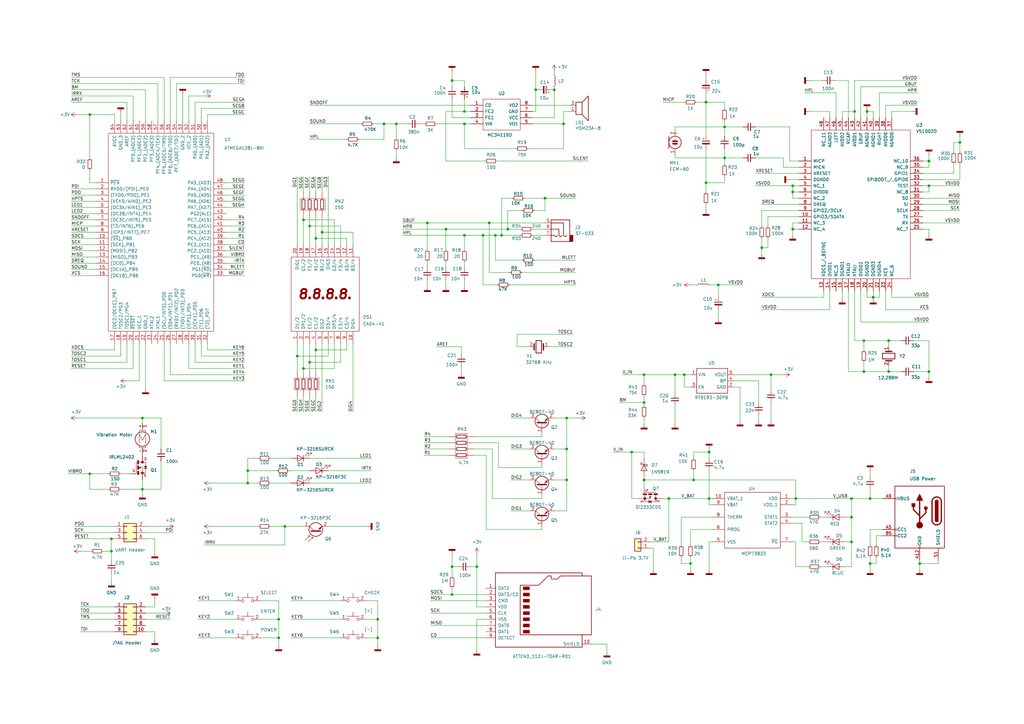
<source format=kicad_sch>
(kicad_sch (version 20250114) (generator "eeschema") (generator_version "9.0")
  (paper "A3")
  (title_block (title "Dreamstalker PRO") (date "2025-01-25") (rev "2.4") (company "ORPALTECH"))
  (junction (at 312.42 101.6))
  (junction (at 208.28 93.98))
  (junction (at 264.16 153.67))
  (junction (at 190.5 45.72))
  (junction (at 157.48 50.8))
  (junction (at 259.08 185.42))
  (junction (at 297.18 64.77))
  (junction (at 289.56 74.93))
  (junction (at 381 66.04))
  (junction (at 294.64 116.84))
  (junction (at 58.42 171.45))
  (junction (at 154.94 254))
  (junction (at 264.16 196.85))
  (junction (at 280.67 153.67))
  (junction (at 36.83 46.99))
  (junction (at 283.21 231.14))
  (junction (at 219.71 36.83))
  (junction (at 276.86 153.67))
  (junction (at 203.2 96.52))
  (junction (at 132.08 95.25))
  (junction (at 349.25 204.47))
  (junction (at 127 148.59))
  (junction (at 289.56 41.91))
  (junction (at 274.32 204.47))
  (junction (at 231.14 50.8))
  (junction (at 205.74 96.52))
  (junction (at 162.56 50.8))
  (junction (at 127 92.71))
  (junction (at 114.3 254))
  (junction (at 349.25 222.25))
  (junction (at 154.94 261.62))
  (junction (at 358.14 121.92))
  (junction (at 325.12 76.2))
  (junction (at 129.54 143.51))
  (junction (at 377.19 231.14))
  (junction (at 101.6 198.12))
  (junction (at 393.7 58.42))
  (junction (at 356.87 204.47))
  (junction (at 190.5 50.8))
  (junction (at 223.52 81.28))
  (junction (at 36.83 194.31))
  (junction (at 381 76.2))
  (junction (at 290.83 185.42))
  (junction (at 316.23 153.67))
  (junction (at 284.48 196.85))
  (junction (at 185.42 232.41))
  (junction (at 129.54 97.79))
  (junction (at 290.83 204.47))
  (junction (at 200.66 91.44))
  (junction (at 101.6 193.04))
  (junction (at 232.41 196.85))
  (junction (at 124.46 151.13))
  (junction (at 185.42 243.84))
  (junction (at 364.49 152.4))
  (junction (at 185.42 33.02))
  (junction (at 45.72 220.98))
  (junction (at 45.72 226.06))
  (junction (at 124.46 90.17))
  (junction (at 116.84 215.9))
  (junction (at 356.87 231.14))
  (junction (at 175.26 91.44))
  (junction (at 349.25 212.09))
  (junction (at 58.42 200.66))
  (junction (at 325.12 78.74))
  (junction (at 297.18 52.07))
  (junction (at 232.41 184.15))
  (junction (at 121.92 146.05))
  (junction (at 326.39 204.47))
  (junction (at 354.33 152.4))
  (junction (at 354.33 139.7))
  (junction (at 325.12 93.98))
  (junction (at 198.12 96.52))
  (junction (at 114.3 261.62))
  (junction (at 190.5 96.52))
  (junction (at 195.58 232.41))
  (junction (at 264.16 165.1))
  (junction (at 350.52 45.72))
  (junction (at 227.33 36.83))
  (junction (at 381 152.4))
  (junction (at 232.41 171.45))
  (junction (at 364.49 139.7))
  (junction (at 355.6 45.72))
  (junction (at 182.88 93.98))
  (wire (pts (xy 54.61 49.53) (xy 54.61 39.37)))
  (wire (pts (xy 300.99 158.75) (xy 303.53 158.75)))
  (wire (pts (xy 381 139.7) (xy 381 152.4)))
  (wire (pts (xy 132.08 88.9) (xy 132.08 95.25)))
  (wire (pts (xy 378.46 86.36) (xy 393.7 86.36)))
  (wire (pts (xy 222.25 191.77) (xy 204.47 191.77)))
  (wire (pts (xy 59.69 254) (xy 69.85 254)))
  (wire (pts (xy 31.75 46.99) (xy 36.83 46.99)))
  (wire (pts (xy 190.5 109.728) (xy 190.5 107.442)))
  (wire (pts (xy 264.16 185.42) (xy 264.16 187.96)))
  (wire (pts (xy 190.5 96.52) (xy 190.5 102.362)))
  (wire (pts (xy 132.08 95.25) (xy 132.08 100.33)))
  (wire (pts (xy 129.54 78.74) (xy 129.54 72.39)))
  (wire (pts (xy 290.83 207.01) (xy 290.83 204.47)))
  (wire (pts (xy 323.85 52.07) (xy 323.85 66.04)))
  (wire (pts (xy 271.78 204.47) (xy 274.32 204.47)))
  (wire (pts (xy 172.212 50.8) (xy 173.99 50.8)))
  (wire (pts (xy 39.37 77.47) (xy 29.21 77.47)))
  (wire (pts (xy 353.06 119.38) (xy 353.06 132.08)))
  (wire (pts (xy 45.72 234.95) (xy 45.72 238.76)))
  (wire (pts (xy 218.44 43.18) (xy 233.68 43.18)))
  (wire (pts (xy 132.08 95.25) (xy 144.78 95.25)))
  (wire (pts (xy 378.46 91.44) (xy 393.7 91.44)))
  (wire (pts (xy 157.48 50.8) (xy 157.48 57.15)))
  (wire (pts (xy 190.5 33.02) (xy 190.5 35.56)))
  (wire (pts (xy 39.37 97.79) (xy 29.21 97.79)))
  (wire (pts (xy 176.53 256.54) (xy 199.39 256.54)))
  (wire (pts (xy 29.21 36.83) (xy 59.69 36.83)))
  (wire (pts (xy 121.92 152.4) (xy 121.92 146.05)))
  (wire (pts (xy 203.2 96.52) (xy 198.12 96.52)))
  (wire (pts (xy 297.18 64.77) (xy 297.18 67.31)))
  (wire (pts (xy 311.15 170.18) (xy 311.15 172.72)))
  (wire (pts (xy 337.82 119.38) (xy 337.82 121.92)))
  (wire (pts (xy 327.66 76.2) (xy 325.12 76.2)))
  (wire (pts (xy 46.99 248.92) (xy 33.02 248.92)))
  (wire (pts (xy 198.12 116.84) (xy 203.962 116.84)))
  (wire (pts (xy 331.47 222.25) (xy 328.93 222.25)))
  (wire (pts (xy 280.67 153.67) (xy 283.21 153.67)))
  (wire (pts (xy 175.26 91.44) (xy 175.26 102.362)))
  (wire (pts (xy 58.42 200.66) (xy 49.53 200.66)))
  (wire (pts (xy 189.23 150.368) (xy 189.23 153.162)))
  (wire (pts (xy 359.41 228.6) (xy 359.41 231.14)))
  (wire (pts (xy 74.93 49.53) (xy 74.93 38.608)))
  (wire (pts (xy 347.98 119.38) (xy 347.98 152.4)))
  (wire (pts (xy 175.26 91.44) (xy 200.66 91.44)))
  (wire (pts (xy 297.18 49.53) (xy 297.18 52.07)))
  (wire (pts (xy 359.41 219.71) (xy 359.41 223.52)))
  (wire (pts (xy 39.37 90.17) (xy 29.21 90.17)))
  (wire (pts (xy 377.19 229.87) (xy 377.19 231.14)))
  (wire (pts (xy 106.68 254) (xy 114.3 254)))
  (wire (pts (xy 190.5 50.8) (xy 190.5 60.96)))
  (wire (pts (xy 59.69 218.44) (xy 71.12 218.44)))
  (wire (pts (xy 358.14 121.92) (xy 358.14 122.682)))
  (wire (pts (xy 185.42 48.26) (xy 185.42 40.64)))
  (wire (pts (xy 378.46 81.28) (xy 393.7 81.28)))
  (wire (pts (xy 52.07 41.91) (xy 29.21 41.91)))
  (wire (pts (xy 67.31 49.53) (xy 67.31 31.75)))
  (wire (pts (xy 300.99 153.67) (xy 316.23 153.67)))
  (wire (pts (xy 201.93 184.15) (xy 194.31 184.15)))
  (wire (pts (xy 345.44 45.72) (xy 350.52 45.72)))
  (wire (pts (xy 326.39 204.47) (xy 325.12 204.47)))
  (wire (pts (xy 346.71 232.41) (xy 349.25 232.41)))
  (wire (pts (xy 326.39 207.01) (xy 326.39 204.47)))
  (wire (pts (xy 358.14 119.38) (xy 358.14 121.92)))
  (wire (pts (xy 264.16 195.58) (xy 264.16 196.85)))
  (wire (pts (xy 283.21 116.84) (xy 285.75 116.84)))
  (wire (pts (xy 92.71 85.09) (xy 100.33 85.09)))
  (wire (pts (xy 323.85 66.04) (xy 327.66 66.04)))
  (wire (pts (xy 364.49 149.86) (xy 364.49 152.4)))
  (wire (pts (xy 381 139.7) (xy 374.65 139.7)))
  (wire (pts (xy 82.55 44.45) (xy 100.33 44.45)))
  (wire (pts (xy 339.09 222.25) (xy 336.55 222.25)))
  (wire (pts (xy 92.71 110.49) (xy 100.33 110.49)))
  (wire (pts (xy 36.83 46.99) (xy 46.99 46.99)))
  (wire (pts (xy 347.98 33.02) (xy 347.98 48.26)))
  (wire (pts (xy 378.46 68.58) (xy 381 68.58)))
  (wire (pts (xy 194.31 186.69) (xy 199.39 186.69)))
  (wire (pts (xy 69.85 153.67) (xy 100.33 153.67)))
  (wire (pts (xy 132.08 78.74) (xy 132.08 72.39)))
  (wire (pts (xy 59.69 140.97) (xy 59.69 159.512)))
  (wire (pts (xy 321.31 68.58) (xy 321.31 64.77)))
  (wire (pts (xy 127 92.71) (xy 127 100.33)))
  (wire (pts (xy 193.04 232.41) (xy 195.58 232.41)))
  (wire (pts (xy 124.46 88.9) (xy 124.46 90.17)))
  (wire (pts (xy 116.84 215.9) (xy 116.84 223.52)))
  (wire (pts (xy 345.44 48.26) (xy 345.44 45.72)))
  (wire (pts (xy 303.53 158.75) (xy 303.53 172.72)))
  (wire (pts (xy 312.42 92.71) (xy 312.42 86.36)))
  (wire (pts (xy 132.08 140.97) (xy 132.08 168.91)))
  (wire (pts (xy 363.22 119.38) (xy 363.22 127)))
  (wire (pts (xy 208.28 93.98) (xy 208.28 86.36)))
  (wire (pts (xy 325.12 76.2) (xy 325.12 78.74)))
  (wire (pts (xy 66.04 171.45) (xy 58.42 171.45)))
  (wire (pts (xy 325.12 93.98) (xy 327.66 93.98)))
  (wire (pts (xy 66.04 189.23) (xy 66.04 200.66)))
  (wire (pts (xy 354.33 152.4) (xy 364.49 152.4)))
  (wire (pts (xy 218.44 45.72) (xy 219.71 45.72)))
  (wire (pts (xy 45.72 226.06) (xy 42.418 226.06)))
  (wire (pts (xy 124.46 215.9) (xy 116.84 215.9)))
  (wire (pts (xy 290.83 222.25) (xy 292.1 222.25)))
  (wire (pts (xy 381 132.08) (xy 353.06 132.08)))
  (wire (pts (xy 85.09 143.51) (xy 85.09 140.97)))
  (wire (pts (xy 185.42 33.02) (xy 190.5 33.02)))
  (wire (pts (xy 297.18 41.91) (xy 297.18 44.45)))
  (wire (pts (xy 139.7 92.71) (xy 127 92.71)))
  (wire (pts (xy 378.46 73.66) (xy 393.7 73.66)))
  (wire (pts (xy 326.39 196.85) (xy 284.48 196.85)))
  (wire (pts (xy 46.99 215.9) (xy 30.48 215.9)))
  (wire (pts (xy 184.15 181.61) (xy 173.99 181.61)))
  (wire (pts (xy 227.33 29.21) (xy 227.33 30.48)))
  (wire (pts (xy 217.17 209.55) (xy 209.55 209.55)))
  (wire (pts (xy 185.42 35.56) (xy 185.42 33.02)))
  (wire (pts (xy 129.54 97.79) (xy 142.24 97.79)))
  (wire (pts (xy 289.56 60.96) (xy 289.56 74.93)))
  (wire (pts (xy 124.46 152.4) (xy 124.46 151.13)))
  (wire (pts (xy 365.76 45.72) (xy 374.142 45.72)))
  (wire (pts (xy 185.42 243.84) (xy 199.39 243.84)))
  (wire (pts (xy 124.46 78.74) (xy 124.46 72.39)))
  (wire (pts (xy 297.18 60.96) (xy 297.18 64.77)))
  (wire (pts (xy 218.44 96.52) (xy 223.52 96.52)))
  (wire (pts (xy 149.86 254) (xy 154.94 254)))
  (wire (pts (xy 327.66 91.44) (xy 325.12 91.44)))
  (wire (pts (xy 92.71 105.41) (xy 100.33 105.41)))
  (wire (pts (xy 198.12 96.52) (xy 198.12 116.84)))
  (wire (pts (xy 325.12 78.74) (xy 327.66 78.74)))
  (wire (pts (xy 212.09 137.16) (xy 234.95 137.16)))
  (wire (pts (xy 58.42 186.182) (xy 58.42 186.69)))
  (wire (pts (xy 36.83 194.31) (xy 44.45 194.31)))
  (wire (pts (xy 139.7 92.71) (xy 139.7 100.33)))
  (wire (pts (xy 353.06 48.26) (xy 353.06 35.56)))
  (wire (pts (xy 105.918 187.96) (xy 101.6 187.96)))
  (wire (pts (xy 316.23 153.67) (xy 321.31 153.67)))
  (wire (pts (xy 222.25 204.47) (xy 201.93 204.47)))
  (wire (pts (xy 39.37 110.49) (xy 29.21 110.49)))
  (wire (pts (xy 142.24 57.15) (xy 127 57.15)))
  (wire (pts (xy 58.42 200.66) (xy 66.04 200.66)))
  (wire (pts (xy 205.74 96.52) (xy 203.2 96.52)))
  (wire (pts (xy 154.94 246.38) (xy 149.86 246.38)))
  (wire (pts (xy 69.85 31.75) (xy 100.33 31.75)))
  (wire (pts (xy 139.7 261.62) (xy 119.38 261.62)))
  (wire (pts (xy 139.7 254) (xy 119.38 254)))
  (wire (pts (xy 381 66.04) (xy 381 63.5)))
  (wire (pts (xy 345.44 119.38) (xy 345.44 122.682)))
  (wire (pts (xy 297.18 64.77) (xy 304.8 64.77)))
  (wire (pts (xy 154.94 261.62) (xy 154.94 254)))
  (wire (pts (xy 290.83 193.04) (xy 290.83 204.47)))
  (wire (pts (xy 127 152.4) (xy 127 148.59)))
  (wire (pts (xy 339.09 212.09) (xy 336.55 212.09)))
  (wire (pts (xy 185.42 232.41) (xy 185.42 236.22)))
  (wire (pts (xy 312.42 101.6) (xy 314.96 101.6)))
  (wire (pts (xy 127 148.59) (xy 127 140.97)))
  (wire (pts (xy 391.16 58.42) (xy 391.16 62.23)))
  (wire (pts (xy 219.71 36.83) (xy 219.71 45.72)))
  (wire (pts (xy 232.41 184.15) (xy 232.41 196.85)))
  (wire (pts (xy 184.15 184.15) (xy 173.99 184.15)))
  (wire (pts (xy 219.202 106.68) (xy 236.22 106.68)))
  (wire (pts (xy 39.37 87.63) (xy 29.21 87.63)))
  (wire (pts (xy 190.5 114.808) (xy 190.5 117.602)))
  (wire (pts (xy 124.46 162.56) (xy 124.46 168.91)))
  (wire (pts (xy 176.53 246.38) (xy 199.39 246.38)))
  (wire (pts (xy 311.15 156.21) (xy 311.15 165.1)))
  (wire (pts (xy 46.99 251.46) (xy 33.02 251.46)))
  (wire (pts (xy 222.25 204.47) (xy 222.25 203.2)))
  (wire (pts (xy 193.04 43.18) (xy 127 43.18)))
  (wire (pts (xy 77.47 140.97) (xy 77.47 151.13)))
  (wire (pts (xy 195.58 227.33) (xy 195.58 232.41)))
  (wire (pts (xy 264.16 171.45) (xy 264.16 173.99)))
  (wire (pts (xy 289.56 38.1) (xy 289.56 41.91)))
  (wire (pts (xy 157.48 57.15) (xy 147.32 57.15)))
  (wire (pts (xy 134.62 215.9) (xy 150.622 215.9)))
  (wire (pts (xy 96.52 261.62) (xy 81.28 261.62)))
  (wire (pts (xy 162.56 61.722) (xy 162.56 64.77)))
  (wire (pts (xy 279.4 231.14) (xy 283.21 231.14)))
  (wire (pts (xy 349.25 204.47) (xy 356.87 204.47)))
  (wire (pts (xy 314.96 101.6) (xy 314.96 97.79)))
  (wire (pts (xy 77.47 151.13) (xy 100.33 151.13)))
  (wire (pts (xy 46.99 259.08) (xy 33.02 259.08)))
  (wire (pts (xy 127 198.12) (xy 152.4 198.12)))
  (wire (pts (xy 29.21 143.51) (xy 46.99 143.51)))
  (wire (pts (xy 223.52 81.28) (xy 236.22 81.28)))
  (wire (pts (xy 205.74 81.28) (xy 210.058 81.28)))
  (wire (pts (xy 92.71 90.17) (xy 100.33 90.17)))
  (wire (pts (xy 59.69 215.9) (xy 68.58 215.9)))
  (wire (pts (xy 39.37 92.71) (xy 29.21 92.71)))
  (wire (pts (xy 63.5 248.92) (xy 63.5 245.618)))
  (wire (pts (xy 233.68 45.72) (xy 231.14 45.72)))
  (wire (pts (xy 121.92 162.56) (xy 121.92 168.91)))
  (wire (pts (xy 92.71 113.03) (xy 100.33 113.03)))
  (wire (pts (xy 219.71 29.21) (xy 219.71 36.83)))
  (wire (pts (xy 340.36 127) (xy 312.42 127)))
  (wire (pts (xy 85.09 143.51) (xy 100.33 143.51)))
  (wire (pts (xy 194.31 179.07) (xy 222.25 179.07)))
  (wire (pts (xy 331.978 45.72) (xy 340.36 45.72)))
  (wire (pts (xy 342.9 38.1) (xy 329.946 38.1)))
  (wire (pts (xy 199.39 248.92) (xy 195.58 248.92)))
  (wire (pts (xy 64.77 34.29) (xy 29.21 34.29)))
  (wire (pts (xy 85.09 49.53) (xy 85.09 46.99)))
  (wire (pts (xy 116.84 223.52) (xy 83.82 223.52)))
  (wire (pts (xy 378.46 93.98) (xy 381 93.98)))
  (wire (pts (xy 52.07 148.59) (xy 52.07 140.97)))
  (wire (pts (xy 92.71 102.87) (xy 100.33 102.87)))
  (wire (pts (xy 264.16 196.85) (xy 264.16 199.39)))
  (wire (pts (xy 360.68 48.26) (xy 360.68 38.1)))
  (wire (pts (xy 264.16 162.56) (xy 264.16 165.1)))
  (wire (pts (xy 69.85 140.97) (xy 69.85 153.67)))
  (wire (pts (xy 36.83 194.31) (xy 36.83 200.66)))
  (wire (pts (xy 182.88 45.72) (xy 182.88 66.04)))
  (wire (pts (xy 297.18 72.39) (xy 297.18 74.93)))
  (wire (pts (xy 182.88 93.98) (xy 208.28 93.98)))
  (wire (pts (xy 46.99 49.53) (xy 46.99 46.99)))
  (wire (pts (xy 227.33 36.83) (xy 227.33 48.26)))
  (wire (pts (xy 325.12 81.28) (xy 325.12 78.74)))
  (wire (pts (xy 182.88 109.728) (xy 182.88 107.442)))
  (wire (pts (xy 217.17 196.85) (xy 209.55 196.85)))
  (wire (pts (xy 66.04 171.45) (xy 66.04 184.15)))
  (wire (pts (xy 92.71 95.25) (xy 100.33 95.25)))
  (wire (pts (xy 185.42 241.3) (xy 185.42 243.84)))
  (wire (pts (xy 316.23 165.1) (xy 316.23 172.72)))
  (wire (pts (xy 251.46 185.42) (xy 259.08 185.42)))
  (wire (pts (xy 358.14 48.26) (xy 358.14 45.72)))
  (wire (pts (xy 49.53 146.05) (xy 49.53 140.97)))
  (wire (pts (xy 45.72 220.98) (xy 45.72 226.06)))
  (wire (pts (xy 39.37 95.25) (xy 29.21 95.25)))
  (wire (pts (xy 325.12 96.52) (xy 325.12 93.98)))
  (wire (pts (xy 364.49 139.7) (xy 369.57 139.7)))
  (wire (pts (xy 176.53 243.84) (xy 185.42 243.84)))
  (wire (pts (xy 86.36 215.9) (xy 105.918 215.9)))
  (wire (pts (xy 309.88 52.07) (xy 323.85 52.07)))
  (wire (pts (xy 162.56 50.8) (xy 167.132 50.8)))
  (wire (pts (xy 39.37 113.03) (xy 29.21 113.03)))
  (wire (pts (xy 92.71 74.93) (xy 100.33 74.93)))
  (wire (pts (xy 325.12 91.44) (xy 325.12 93.98)))
  (wire (pts (xy 346.71 212.09) (xy 349.25 212.09)))
  (wire (pts (xy 39.37 100.33) (xy 29.21 100.33)))
  (wire (pts (xy 378.46 76.2) (xy 381 76.2)))
  (wire (pts (xy 124.46 90.17) (xy 124.46 100.33)))
  (wire (pts (xy 92.71 82.55) (xy 100.33 82.55)))
  (wire (pts (xy 279.4 212.09) (xy 279.4 223.52)))
  (wire (pts (xy 289.56 41.91) (xy 289.56 55.88)))
  (wire (pts (xy 355.6 48.26) (xy 355.6 45.72)))
  (wire (pts (xy 86.36 198.12) (xy 101.6 198.12)))
  (wire (pts (xy 356.87 231.14) (xy 359.41 231.14)))
  (wire (pts (xy 129.54 97.79) (xy 129.54 100.33)))
  (wire (pts (xy 185.42 232.41) (xy 187.96 232.41)))
  (wire (pts (xy 52.07 148.59) (xy 29.21 148.59)))
  (wire (pts (xy 96.52 246.38) (xy 81.28 246.38)))
  (wire (pts (xy 173.99 179.07) (xy 184.15 179.07)))
  (wire (pts (xy 384.81 229.87) (xy 384.81 231.14)))
  (wire (pts (xy 393.7 55.88) (xy 393.7 58.42)))
  (wire (pts (xy 129.54 143.51) (xy 129.54 140.97)))
  (wire (pts (xy 80.01 148.59) (xy 100.33 148.59)))
  (wire (pts (xy 232.41 171.45) (xy 232.41 184.15)))
  (wire (pts (xy 67.31 31.75) (xy 29.21 31.75)))
  (wire (pts (xy 381 76.2) (xy 393.7 76.2)))
  (wire (pts (xy 121.92 146.05) (xy 121.92 140.97)))
  (wire (pts (xy 274.32 204.47) (xy 274.32 222.25)))
  (wire (pts (xy 309.88 64.77) (xy 321.31 64.77)))
  (wire (pts (xy 36.83 74.93) (xy 39.37 74.93)))
  (wire (pts (xy 82.55 146.05) (xy 100.33 146.05)))
  (wire (pts (xy 185.42 227.33) (xy 185.42 232.41)))
  (wire (pts (xy 327.66 71.12) (xy 309.88 71.12)))
  (wire (pts (xy 200.66 91.44) (xy 200.66 111.76)))
  (wire (pts (xy 46.99 218.44) (xy 30.48 218.44)))
  (wire (pts (xy 227.33 35.56) (xy 227.33 36.83)))
  (wire (pts (xy 52.07 49.53) (xy 52.07 41.91)))
  (wire (pts (xy 314.96 88.9) (xy 314.96 92.71)))
  (wire (pts (xy 222.25 191.77) (xy 222.25 190.5)))
  (wire (pts (xy 64.77 49.53) (xy 64.77 34.29)))
  (wire (pts (xy 39.37 80.01) (xy 29.21 80.01)))
  (wire (pts (xy 337.312 33.02) (xy 331.978 33.02)))
  (wire (pts (xy 144.78 140.97) (xy 144.78 168.91)))
  (wire (pts (xy 276.86 166.37) (xy 276.86 173.99)))
  (wire (pts (xy 58.42 171.45) (xy 58.42 173.482)))
  (wire (pts (xy 264.16 196.85) (xy 284.48 196.85)))
  (wire (pts (xy 106.68 261.62) (xy 114.3 261.62)))
  (wire (pts (xy 45.72 220.98) (xy 30.48 220.98)))
  (wire (pts (xy 393.7 62.23) (xy 393.7 58.42)))
  (wire (pts (xy 114.3 261.62) (xy 114.3 254)))
  (wire (pts (xy 39.37 107.95) (xy 29.21 107.95)))
  (wire (pts (xy 127 78.74) (xy 127 72.39)))
  (wire (pts (xy 350.52 119.38) (xy 350.52 139.7)))
  (wire (pts (xy 190.5 45.72) (xy 193.04 45.72)))
  (wire (pts (xy 190.5 96.52) (xy 198.12 96.52)))
  (wire (pts (xy 96.52 254) (xy 81.28 254)))
  (wire (pts (xy 381 152.4) (xy 374.65 152.4)))
  (wire (pts (xy 199.39 217.17) (xy 222.25 217.17)))
  (wire (pts (xy 223.52 91.44) (xy 200.66 91.44)))
  (wire (pts (xy 365.76 45.72) (xy 365.76 48.26)))
  (wire (pts (xy 59.69 259.08) (xy 63.5 259.08)))
  (wire (pts (xy 127 162.56) (xy 127 168.91)))
  (wire (pts (xy 349.25 212.09) (xy 349.25 222.25)))
  (wire (pts (xy 92.71 97.79) (xy 100.33 97.79)))
  (wire (pts (xy 393.7 67.31) (xy 393.7 73.66)))
  (wire (pts (xy 222.25 217.17) (xy 222.25 215.9)))
  (wire (pts (xy 59.69 220.98) (xy 63.5 220.98)))
  (wire (pts (xy 276.86 52.07) (xy 297.18 52.07)))
  (wire (pts (xy 129.54 88.9) (xy 129.54 97.79)))
  (wire (pts (xy 289.56 83.82) (xy 289.56 86.36)))
  (wire (pts (xy 176.53 251.46) (xy 199.39 251.46)))
  (wire (pts (xy 101.6 198.12) (xy 105.918 198.12)))
  (wire (pts (xy 137.16 151.13) (xy 137.16 140.97)))
  (wire (pts (xy 255.27 153.67) (xy 264.16 153.67)))
  (wire (pts (xy 46.99 220.98) (xy 45.72 220.98)))
  (wire (pts (xy 199.39 261.62) (xy 176.53 261.62)))
  (wire (pts (xy 217.17 142.24) (xy 212.09 142.24)))
  (wire (pts (xy 124.46 151.13) (xy 124.46 140.97)))
  (wire (pts (xy 185.42 33.02) (xy 185.42 29.21)))
  (wire (pts (xy 377.19 231.14) (xy 384.81 231.14)))
  (wire (pts (xy 327.66 83.82) (xy 312.42 83.82)))
  (wire (pts (xy 279.4 212.09) (xy 292.1 212.09)))
  (wire (pts (xy 232.41 196.85) (xy 232.41 209.55)))
  (wire (pts (xy 218.44 50.8) (xy 231.14 50.8)))
  (wire (pts (xy 365.76 121.92) (xy 381 121.92)))
  (wire (pts (xy 248.92 264.16) (xy 242.57 264.16)))
  (wire (pts (xy 283.21 231.14) (xy 283.21 233.68)))
  (wire (pts (xy 92.71 107.95) (xy 100.33 107.95)))
  (wire (pts (xy 264.16 165.1) (xy 264.16 166.37)))
  (wire (pts (xy 232.41 209.55) (xy 227.33 209.55)))
  (wire (pts (xy 294.64 121.92) (xy 294.64 116.84)))
  (wire (pts (xy 49.53 46.228) (xy 49.53 49.53)))
  (wire (pts (xy 92.71 80.01) (xy 100.33 80.01)))
  (wire (pts (xy 165.1 91.44) (xy 175.26 91.44)))
  (wire (pts (xy 290.83 222.25) (xy 290.83 233.68)))
  (wire (pts (xy 127 187.96) (xy 152.4 187.96)))
  (wire (pts (xy 165.1 96.52) (xy 190.5 96.52)))
  (wire (pts (xy 323.85 73.66) (xy 327.66 73.66)))
  (wire (pts (xy 264.16 153.67) (xy 264.16 157.48)))
  (wire (pts (xy 331.47 212.09) (xy 325.12 212.09)))
  (wire (pts (xy 205.74 96.52) (xy 213.36 96.52)))
  (wire (pts (xy 346.71 222.25) (xy 349.25 222.25)))
  (wire (pts (xy 354.33 143.51) (xy 354.33 139.7)))
  (wire (pts (xy 274.32 204.47) (xy 290.83 204.47)))
  (wire (pts (xy 218.44 48.26) (xy 227.33 48.26)))
  (wire (pts (xy 356.87 200.66) (xy 356.87 204.47)))
  (wire (pts (xy 231.14 45.72) (xy 231.14 50.8)))
  (wire (pts (xy 39.37 105.41) (xy 29.21 105.41)))
  (wire (pts (xy 195.58 254) (xy 199.39 254)))
  (wire (pts (xy 355.6 119.38) (xy 355.6 121.92)))
  (wire (pts (xy 149.86 261.62) (xy 154.94 261.62)))
  (wire (pts (xy 101.6 193.04) (xy 101.6 198.12)))
  (wire (pts (xy 342.392 33.02) (xy 347.98 33.02)))
  (wire (pts (xy 350.52 33.02) (xy 376.174 33.02)))
  (wire (pts (xy 203.2 96.52) (xy 203.2 106.68)))
  (wire (pts (xy 162.56 56.642) (xy 162.56 50.8)))
  (wire (pts (xy 290.83 184.15) (xy 290.83 185.42)))
  (wire (pts (xy 77.47 49.53) (xy 77.47 39.37)))
  (wire (pts (xy 342.9 48.26) (xy 342.9 38.1)))
  (wire (pts (xy 63.5 220.98) (xy 63.5 226.822)))
  (wire (pts (xy 297.18 52.07) (xy 304.8 52.07)))
  (wire (pts (xy 289.56 74.93) (xy 289.56 78.74)))
  (wire (pts (xy 361.95 219.71) (xy 359.41 219.71)))
  (wire (pts (xy 209.042 116.84) (xy 236.22 116.84)))
  (wire (pts (xy 284.48 185.42) (xy 284.48 187.96)))
  (wire (pts (xy 54.61 151.13) (xy 29.21 151.13)))
  (wire (pts (xy 276.86 153.67) (xy 276.86 161.29)))
  (wire (pts (xy 59.69 248.92) (xy 63.5 248.92)))
  (wire (pts (xy 259.08 185.42) (xy 259.08 204.47)))
  (wire (pts (xy 350.52 33.02) (xy 350.52 45.72)))
  (wire (pts (xy 39.37 85.09) (xy 29.21 85.09)))
  (wire (pts (xy 353.06 35.56) (xy 376.174 35.56)))
  (wire (pts (xy 134.62 72.39) (xy 134.62 100.33)))
  (wire (pts (xy 356.87 193.04) (xy 356.87 195.58)))
  (wire (pts (xy 276.86 63.5) (xy 276.86 64.77)))
  (wire (pts (xy 54.61 39.37) (xy 29.21 39.37)))
  (wire (pts (xy 349.25 232.41) (xy 349.25 222.25)))
  (wire (pts (xy 137.16 90.17) (xy 137.16 100.33)))
  (wire (pts (xy 356.87 228.6) (xy 356.87 231.14)))
  (wire (pts (xy 190.5 60.96) (xy 211.582 60.96)))
  (wire (pts (xy 356.87 217.17) (xy 361.95 217.17)))
  (wire (pts (xy 381 68.58) (xy 381 66.04)))
  (wire (pts (xy 214.122 111.76) (xy 236.22 111.76)))
  (wire (pts (xy 142.24 143.51) (xy 142.24 140.97)))
  (wire (pts (xy 328.93 214.63) (xy 325.12 214.63)))
  (wire (pts (xy 85.09 46.99) (xy 100.33 46.99)))
  (wire (pts (xy 52.07 156.21) (xy 57.15 156.21)))
  (wire (pts (xy 36.83 69.85) (xy 36.83 74.93)))
  (wire (pts (xy 224.79 142.24) (xy 234.95 142.24)))
  (wire (pts (xy 264.16 153.67) (xy 276.86 153.67)))
  (wire (pts (xy 201.93 204.47) (xy 201.93 184.15)))
  (wire (pts (xy 364.49 142.24) (xy 364.49 139.7)))
  (wire (pts (xy 101.6 187.96) (xy 101.6 193.04)))
  (wire (pts (xy 294.64 116.84) (xy 304.8 116.84)))
  (wire (pts (xy 285.75 41.91) (xy 289.56 41.91)))
  (wire (pts (xy 215.138 81.28) (xy 223.52 81.28)))
  (wire (pts (xy 218.44 93.98) (xy 223.52 93.98)))
  (wire (pts (xy 54.61 151.13) (xy 54.61 140.97)))
  (wire (pts (xy 316.23 153.67) (xy 316.23 160.02)))
  (wire (pts (xy 127 88.9) (xy 127 92.71)))
  (wire (pts (xy 378.46 71.12) (xy 391.16 71.12)))
  (wire (pts (xy 222.25 179.07) (xy 222.25 177.8)))
  (wire (pts (xy 290.83 185.42) (xy 284.48 185.42)))
  (wire (pts (xy 189.23 142.24) (xy 189.23 145.288)))
  (wire (pts (xy 356.87 217.17) (xy 356.87 223.52)))
  (wire (pts (xy 139.7 246.38) (xy 119.38 246.38)))
  (wire (pts (xy 200.66 111.76) (xy 209.042 111.76)))
  (wire (pts (xy 77.47 39.37) (xy 83.82 39.37)))
  (wire (pts (xy 223.52 81.28) (xy 223.52 86.36)))
  (wire (pts (xy 337.82 121.92) (xy 312.42 121.92)))
  (wire (pts (xy 199.39 186.69) (xy 199.39 217.17)))
  (wire (pts (xy 360.68 38.1) (xy 376.174 38.1)))
  (wire (pts (xy 355.6 45.72) (xy 358.14 45.72)))
  (wire (pts (xy 72.39 49.53) (xy 72.39 34.29)))
  (wire (pts (xy 175.26 114.808) (xy 175.26 117.602)))
  (wire (pts (xy 80.01 140.97) (xy 80.01 148.59)))
  (wire (pts (xy 129.54 162.56) (xy 129.54 168.91)))
  (wire (pts (xy 364.49 152.4) (xy 369.57 152.4)))
  (wire (pts (xy 391.16 58.42) (xy 393.7 58.42)))
  (wire (pts (xy 326.39 232.41) (xy 326.39 222.25)))
  (wire (pts (xy 289.56 33.02) (xy 289.56 30.48)))
  (wire (pts (xy 142.24 97.79) (xy 142.24 100.33)))
  (wire (pts (xy 365.76 119.38) (xy 365.76 121.92)))
  (wire (pts (xy 154.94 254) (xy 154.94 246.38)))
  (wire (pts (xy 355.6 44.958) (xy 355.6 45.72)))
  (wire (pts (xy 381 93.98) (xy 381 96.52)))
  (wire (pts (xy 363.22 127) (xy 381 127)))
  (wire (pts (xy 279.4 228.6) (xy 279.4 231.14)))
  (wire (pts (xy 31.75 171.45) (xy 58.42 171.45)))
  (wire (pts (xy 36.83 200.66) (xy 44.45 200.66)))
  (wire (pts (xy 276.86 52.07) (xy 276.86 53.34)))
  (wire (pts (xy 378.46 83.82) (xy 393.7 83.82)))
  (wire (pts (xy 340.36 119.38) (xy 340.36 127)))
  (wire (pts (xy 179.07 50.8) (xy 190.5 50.8)))
  (wire (pts (xy 259.08 185.42) (xy 264.16 185.42)))
  (wire (pts (xy 57.15 156.21) (xy 57.15 140.97)))
  (wire (pts (xy 254 165.1) (xy 264.16 165.1)))
  (wire (pts (xy 205.74 96.52) (xy 205.74 81.28)))
  (wire (pts (xy 37.338 226.06) (xy 33.02 226.06)))
  (wire (pts (xy 327.66 68.58) (xy 321.31 68.58)))
  (wire (pts (xy 121.92 100.33) (xy 121.92 72.39)))
  (wire (pts (xy 331.47 232.41) (xy 326.39 232.41)))
  (wire (pts (xy 212.09 142.24) (xy 212.09 137.16)))
  (wire (pts (xy 45.72 226.06) (xy 45.72 229.87)))
  (wire (pts (xy 58.42 200.66) (xy 58.42 202.692)))
  (wire (pts (xy 292.1 217.17) (xy 283.21 217.17)))
  (wire (pts (xy 129.54 152.4) (xy 129.54 143.51)))
  (wire (pts (xy 326.39 204.47) (xy 349.25 204.47)))
  (wire (pts (xy 232.41 196.85) (xy 227.33 196.85)))
  (wire (pts (xy 312.42 86.36) (xy 327.66 86.36)))
  (wire (pts (xy 266.7 222.25) (xy 274.32 222.25)))
  (wire (pts (xy 175.26 109.728) (xy 175.26 107.442)))
  (wire (pts (xy 354.33 152.4) (xy 354.33 148.59)))
  (wire (pts (xy 283.21 217.17) (xy 283.21 223.52)))
  (wire (pts (xy 134.62 146.05) (xy 134.62 140.97)))
  (wire (pts (xy 82.55 49.53) (xy 82.55 44.45)))
  (wire (pts (xy 114.3 261.62) (xy 114.3 264.922)))
  (wire (pts (xy 129.54 143.51) (xy 142.24 143.51)))
  (wire (pts (xy 118.618 193.04) (xy 127 193.04)))
  (wire (pts (xy 193.04 48.26) (xy 185.42 48.26)))
  (wire (pts (xy 203.2 106.68) (xy 214.122 106.68)))
  (wire (pts (xy 59.69 49.53) (xy 59.69 36.83)))
  (wire (pts (xy 356.87 204.47) (xy 361.95 204.47)))
  (wire (pts (xy 184.15 186.69) (xy 173.99 186.69)))
  (wire (pts (xy 36.83 46.99) (xy 36.83 64.77)))
  (wire (pts (xy 49.53 194.31) (xy 53.34 194.31)))
  (wire (pts (xy 92.71 100.33) (xy 100.33 100.33)))
  (wire (pts (xy 377.19 231.14) (xy 377.19 233.68)))
  (wire (pts (xy 39.37 82.55) (xy 29.21 82.55)))
  (wire (pts (xy 49.53 146.05) (xy 29.21 146.05)))
  (wire (pts (xy 46.99 143.51) (xy 46.99 140.97)))
  (wire (pts (xy 134.62 193.04) (xy 152.4 193.04)))
  (wire (pts (xy 231.14 60.96) (xy 231.14 50.8)))
  (wire (pts (xy 190.5 50.8) (xy 193.04 50.8)))
  (wire (pts (xy 327.66 88.9) (xy 314.96 88.9)))
  (wire (pts (xy 63.5 259.08) (xy 63.5 262.382)))
  (wire (pts (xy 216.662 60.96) (xy 231.14 60.96)))
  (wire (pts (xy 67.31 140.97) (xy 67.31 156.21)))
  (wire (pts (xy 325.12 207.01) (xy 326.39 207.01)))
  (wire (pts (xy 82.55 146.05) (xy 82.55 140.97)))
  (wire (pts (xy 294.64 127) (xy 294.64 130.81)))
  (wire (pts (xy 326.39 222.25) (xy 325.12 222.25)))
  (wire (pts (xy 312.42 104.14) (xy 312.42 101.6)))
  (wire (pts (xy 356.87 231.14) (xy 356.87 233.68)))
  (wire (pts (xy 378.46 78.74) (xy 381 78.74)))
  (wire (pts (xy 309.88 76.2) (xy 325.12 76.2)))
  (wire (pts (xy 360.68 121.92) (xy 360.68 119.38)))
  (wire (pts (xy 312.42 97.79) (xy 312.42 101.6)))
  (wire (pts (xy 276.86 153.67) (xy 280.67 153.67)))
  (wire (pts (xy 266.7 224.79) (xy 267.97 224.79)))
  (wire (pts (xy 363.22 48.26) (xy 363.22 43.18)))
  (wire (pts (xy 114.3 254) (xy 114.3 246.38)))
  (wire (pts (xy 248.92 264.16) (xy 248.92 267.462)))
  (wire (pts (xy 292.1 204.47) (xy 290.83 204.47)))
  (wire (pts (xy 354.33 139.7) (xy 364.49 139.7)))
  (wire (pts (xy 127 148.59) (xy 139.7 148.59)))
  (wire (pts (xy 208.28 86.36) (xy 214.122 86.36)))
  (wire (pts (xy 340.36 48.26) (xy 340.36 45.72)))
  (wire (pts (xy 179.07 142.24) (xy 189.23 142.24)))
  (wire (pts (xy 190.5 40.64) (xy 190.5 45.72)))
  (wire (pts (xy 124.46 151.13) (xy 137.16 151.13)))
  (wire (pts (xy 204.47 181.61) (xy 194.31 181.61)))
  (wire (pts (xy 363.22 43.18) (xy 376.174 43.18)))
  (wire (pts (xy 46.99 254) (xy 33.02 254)))
  (wire (pts (xy 157.48 50.8) (xy 162.56 50.8)))
  (wire (pts (xy 69.85 49.53) (xy 69.85 31.75)))
  (wire (pts (xy 381 66.04) (xy 378.46 66.04)))
  (wire (pts (xy 39.37 102.87) (xy 29.21 102.87)))
  (wire (pts (xy 195.58 232.41) (xy 195.58 248.92)))
  (wire (pts (xy 209.55 171.45) (xy 217.17 171.45)))
  (wire (pts (xy 350.52 45.72) (xy 350.52 48.26)))
  (wire (pts (xy 165.1 93.98) (xy 182.88 93.98)))
  (wire (pts (xy 182.88 93.98) (xy 182.88 102.362)))
  (wire (pts (xy 72.39 34.29) (xy 100.33 34.29)))
  (wire (pts (xy 110.998 187.96) (xy 119.38 187.96)))
  (wire (pts (xy 217.17 184.15) (xy 209.55 184.15)))
  (wire (pts (xy 227.33 171.45) (xy 232.41 171.45)))
  (wire (pts (xy 283.21 228.6) (xy 283.21 231.14)))
  (wire (pts (xy 294.64 116.84) (xy 290.83 116.84)))
  (wire (pts (xy 354.33 139.7) (xy 350.52 139.7)))
  (wire (pts (xy 114.3 246.38) (xy 106.68 246.38)))
  (wire (pts (xy 261.62 204.47) (xy 259.08 204.47)))
  (wire (pts (xy 219.71 36.83) (xy 220.98 36.83)))
  (wire (pts (xy 355.6 121.92) (xy 358.14 121.92)))
  (wire (pts (xy 297.18 52.07) (xy 297.18 55.88)))
  (wire (pts (xy 381 154.94) (xy 381 152.4)))
  (wire (pts (xy 327.66 81.28) (xy 325.12 81.28)))
  (wire (pts (xy 144.78 95.25) (xy 144.78 100.33)))
  (wire (pts (xy 119.38 198.12) (xy 110.998 198.12)))
  (wire (pts (xy 182.88 114.808) (xy 182.88 117.602)))
  (wire (pts (xy 226.06 36.83) (xy 227.33 36.83)))
  (wire (pts (xy 289.56 41.91) (xy 297.18 41.91)))
  (wire (pts (xy 339.09 232.41) (xy 336.55 232.41)))
  (wire (pts (xy 182.88 66.04) (xy 198.882 66.04)))
  (wire (pts (xy 154.94 261.62) (xy 154.94 264.922)))
  (wire (pts (xy 232.41 184.15) (xy 227.33 184.15)))
  (wire (pts (xy 58.42 196.85) (xy 58.42 200.66)))
  (wire (pts (xy 139.7 148.59) (xy 139.7 140.97)))
  (wire (pts (xy 203.962 66.04) (xy 241.3 66.04)))
  (wire (pts (xy 223.52 86.36) (xy 219.202 86.36)))
  (wire (pts (xy 195.58 254) (xy 195.58 266.7)))
  (wire (pts (xy 381 78.74) (xy 381 76.2)))
  (wire (pts (xy 271.78 41.91) (xy 280.67 41.91)))
  (wire (pts (xy 153.162 50.8) (xy 157.48 50.8)))
  (wire (pts (xy 208.28 93.98) (xy 213.36 93.98)))
  (wire (pts (xy 328.93 222.25) (xy 328.93 214.63)))
  (wire (pts (xy 289.56 74.93) (xy 297.18 74.93)))
  (wire (pts (xy 182.88 45.72) (xy 190.5 45.72)))
  (wire (pts (xy 284.48 193.04) (xy 284.48 196.85)))
  (wire (pts (xy 124.46 90.17) (xy 137.16 90.17)))
  (wire (pts (xy 121.92 146.05) (xy 134.62 146.05)))
  (wire (pts (xy 391.16 71.12) (xy 391.16 67.31)))
  (wire (pts (xy 349.25 204.47) (xy 349.25 212.09)))
  (wire (pts (xy 276.86 64.77) (xy 297.18 64.77)))
  (wire (pts (xy 283.21 158.75) (xy 280.67 158.75)))
  (wire (pts (xy 326.39 204.47) (xy 326.39 196.85)))
  (wire (pts (xy 67.31 156.21) (xy 100.33 156.21)))
  (wire (pts (xy 204.47 191.77) (xy 204.47 181.61)))
  (wire (pts (xy 267.97 224.79) (xy 267.97 233.68)))
  (wire (pts (xy 148.082 50.8) (xy 127 50.8)))
  (wire (pts (xy 113.538 193.04) (xy 101.6 193.04)))
  (wire (pts (xy 80.01 49.53) (xy 80.01 41.91)))
  (wire (pts (xy 292.1 207.01) (xy 290.83 207.01)))
  (wire (pts (xy 358.14 121.92) (xy 360.68 121.92)))
  (wire (pts (xy 80.01 41.91) (xy 100.33 41.91)))
  (wire (pts (xy 280.67 158.75) (xy 280.67 153.67)))
  (wire (pts (xy 92.71 92.71) (xy 100.33 92.71)))
  (wire (pts (xy 347.98 152.4) (xy 354.33 152.4)))
  (wire (pts (xy 92.71 77.47) (xy 100.33 77.47)))
  (wire (pts (xy 59.69 251.46) (xy 67.31 251.46)))
  (wire (pts (xy 36.83 194.31) (xy 27.94 194.31)))
  (wire (pts (xy 237.49 171.45) (xy 232.41 171.45)))
  (wire (pts (xy 116.84 215.9) (xy 110.998 215.9)))
  (wire (pts (xy 290.83 185.42) (xy 290.83 187.96)))
  (wire (pts (xy 300.99 156.21) (xy 311.15 156.21)))
  (label "KEY6" (at 100.33 143.51 180))
  (label "LED2" (at 152.4 198.12 180))
  (label "RESET" (at 30.48 220.98 0))
  (label "SEGG" (at 100.33 82.55 180))
  (label "KEY2" (at 100.33 148.59 180))
  (label "SOUND" (at 127 50.8 0))
  (label "HPTS" (at 236.22 116.84 180))
  (label "PDI" (at 71.12 218.44 180))
  (label "MGBUF" (at 100.33 113.03 180))
  (label "XRESET" (at 29.21 95.25 0))
  (label "V_BAT" (at 279.4 204.47 0))
  (label "PDO" (at 29.21 80.01 0))
  (label "MICP" (at 29.21 92.71 0))
  (label "DIG2" (at 209.55 196.85 0))
  (label "SEGF" (at 127 72.39 270))
  (label "VSVDD" (at 393.7 91.44 180))
  (label "LED1" (at 29.21 85.09 0))
  (label "TDO" (at 100.33 31.75 180))
  (label "SCK" (at 30.48 218.44 0))
  (label "PDO" (at 30.48 215.9 0))
  (label "TOSC1" (at 29.21 148.59 0))
  (label "DREQ" (at 312.42 83.82 0))
  (label "TDI" (at 33.02 259.08 0))
  (label "R4" (at 173.99 179.07 0))
  (label "SEGF" (at 100.33 80.01 180))
  (label "TCK" (at 29.21 34.29 0))
  (label "DIG4" (at 209.55 171.45 0))
  (label "MOSI" (at 393.7 83.82 180))
  (label "MISO" (at 29.21 105.41 0))
  (label "R2" (at 173.99 184.15 0))
  (label "SNDOFF" (at 127 43.18 0))
  (label "R1" (at 100.33 97.79 180))
  (label "SCK" (at 176.53 251.46 0))
  (label "SNDOFF" (at 29.21 90.17 0))
  (label "HPR" (at 376.174 38.1 180))
  (label "R4" (at 100.33 90.17 180))
  (label "VIBRO" (at 27.94 194.31 0))
  (label "VSVDD" (at 376.174 33.02 180))
  (label "IRTX" (at 100.33 107.95 180))
  (label "SEGB" (at 100.33 44.45 180))
  (label "SOUND" (at 236.22 81.28 180))
  (label "VIBRO" (at 100.33 105.41 180))
  (label "TCK" (at 33.02 248.92 0))
  (label "XDCS" (at 312.42 121.92 0))
  (label "TOSC1" (at 234.95 137.16 180))
  (label "DIG2" (at 132.08 168.91 90))
  (label "MOSI" (at 29.21 102.87 0))
  (label "RESET" (at 29.21 151.13 0))
  (label "DIG3" (at 134.62 72.39 270))
  (label "KEY6" (at 119.38 261.62 0))
  (label "VSVDD" (at 381 132.08 180))
  (label "SCK" (at 29.21 100.33 0))
  (label "KEY1" (at 100.33 151.13 180))
  (label "V_IN" (at 251.46 185.42 0))
  (label "XDCS" (at 29.21 143.51 0))
  (label "KEY1" (at 81.28 246.38 0))
  (label "VSVDD" (at 312.42 127 0))
  (label "HPR" (at 165.1 93.98 0))
  (label "TMS" (at 29.21 31.75 0))
  (label "HPL" (at 165.1 96.52 0))
  (label "SEGD" (at 121.92 168.91 90))
  (label "KEY3" (at 81.28 261.62 0))
  (label "SEGH" (at 100.33 85.09 180))
  (label "SEGG" (at 124.46 72.39 270))
  (label "XRESET" (at 309.88 71.12 0))
  (label "LED2" (at 29.21 87.63 0))
  (label "DIG4" (at 144.78 168.91 90))
  (label "IRTX" (at 152.4 193.04 180))
  (label "DIG3" (at 209.55 184.15 0))
  (label "DIG1" (at 121.92 72.39 270))
  (label "V_BAT" (at 267.97 222.25 0))
  (label "LED1" (at 152.4 187.96 180))
  (label "KEY4" (at 119.38 246.38 0))
  (label "SDCS" (at 29.21 97.79 0))
  (label "TOSC2" (at 29.21 146.05 0))
  (label "R2" (at 100.33 95.25 180))
  (label "MGBUF" (at 236.22 111.76 180))
  (label "GBUF" (at 165.1 91.44 0))
  (label "IRRX" (at 83.82 223.52 0))
  (label "SEGE" (at 100.33 77.47 180))
  (label "MICP" (at 271.78 41.91 0))
  (label "CD" (at 100.33 100.33 180))
  (label "IRRX" (at 29.21 39.37 0))
  (label "MLEFT" (at 100.33 110.49 180))
  (label "SEGA" (at 129.54 72.39 270))
  (label "GBUF" (at 376.174 35.56 180))
  (label "MLEFT" (at 236.22 106.68 180))
  (label "HPL" (at 329.946 38.1 0))
  (label "R3" (at 173.99 181.61 0))
  (label "SEGH" (at 124.46 168.91 90))
  (label "KEY3" (at 100.33 156.21 180))
  (label "KEY2" (at 81.28 254 0))
  (label "SEGA" (at 100.33 41.91 180))
  (label "RESET" (at 69.85 254 180))
  (label "CD" (at 176.53 261.62 0))
  (label "KEY4" (at 100.33 153.67 180))
  (label "MISO" (at 176.53 256.54 0))
  (label "VSVDD" (at 381 121.92 180))
  (label "SILENT" (at 241.3 66.04 180))
  (label "V_IN" (at 255.27 153.67 0))
  (label "VSVDD" (at 393.7 76.2 180))
  (label "VSVDD" (at 304.8 116.84 180))
  (label "XCS" (at 29.21 113.03 0))
  (label "HPTS" (at 29.21 82.55 0))
  (label "DIG1" (at 209.55 209.55 0))
  (label "BM" (at 254 165.1 0))
  (label "VSVDD" (at 376.174 43.18 180))
  (label "KEY5" (at 100.33 146.05 180))
  (label "KEY5" (at 119.38 254 0))
  (label "SDCS" (at 176.53 243.84 0))
  (label "R1" (at 173.99 186.69 0))
  (label "V_USB" (at 341.63 204.47 0))
  (label "VSVDD" (at 309.88 76.2 0))
  (label "TOSC2" (at 234.95 142.24 180))
  (label "DREQ" (at 29.21 107.95 0))
  (label "SEGE" (at 127 168.91 90))
  (label "SCK" (at 393.7 86.36 180))
  (label "MISO" (at 393.7 81.28 180))
  (label "SEGD" (at 100.33 74.93 180))
  (label "HPL" (at 127 57.15 0))
  (label "SEGB" (at 132.08 72.39 270))
  (label "XCS" (at 381 127 180))
  (label "TDI" (at 100.33 34.29 180))
  (label "SEGC" (at 129.54 168.91 90))
  (label "SEGC" (at 100.33 46.99 180))
  (label "SILENT" (at 100.33 102.87 180))
  (label "AREF" (at 179.07 142.24 0))
  (label "AREF" (at 29.21 41.91 0))
  (label "R3" (at 100.33 92.71 180))
  (label "MOSI" (at 176.53 246.38 0))
  (label "TMS" (at 33.02 254 0))
  (label "TDO" (at 33.02 251.46 0))
  (label "SOUND" (at 29.21 110.49 0))
  (label "PDI" (at 29.21 77.47 0))
  (label "BM" (at 29.21 36.83 0))
  (symbol (lib_id "Dreamstalker-Components:VS1002D") (at 353.06 82.55 0) (unit 1)
    (property "Reference" "U3" (at 375.666 51.308 0) (effects (justify left)))
    (property "Value" "VS1002D" (at 375.666 53.848 0) (effects (justify left)))
    (property "Footprint" "Dreamstalker-Footprints:QFP50P900X900X160-48N" (effects (hide yes)))
    (property "Datasheet" "http://www.vlsi.fi/fileadmin/datasheets/vs1002.pdf" (effects (hide yes)))
    (property "Description" "MP3 AUDIO CODEC" (effects (hide yes)))
    (property "Height" "1.6" (effects (hide yes)))
    (property "Manufacturer_Name" "VLSI" (effects (hide yes)))
    (property "Manufacturer_Part_Number" "VS1002D" (effects (hide yes)))
  )
  (symbol (lib_id "Dreamstalker-Components:C_Small") (at 307.34 52.07 90) (unit 1)
    (property "Reference" "C7" (at 311.912 54.102 90) (effects (justify left)))
    (property "Value" "1u" (at 311.404 55.88 90) (effects (justify left)))
    (property "Footprint" "Dreamstalker-Footprints:C_0805_2012Metric" (effects (hide yes)))
  )
  (symbol (lib_id "Dreamstalker-Components:R_Small") (at 297.18 46.99 0) (mirror x) (unit 1)
    (property "Reference" "R22" (at 300.736 44.958 0))
    (property "Value" "1K" (at 300.482 47.752 0))
    (property "Footprint" "Dreamstalker-Footprints:R_0603_1608Metric" (effects (hide yes)))
  )
  (symbol (lib_id "Dreamstalker-Components:GND") (at 59.69 159.512 0) (unit 1)
    (property "Reference" "#PWR0101" (effects (hide yes)))
    (property "Value" "GND" (effects (hide yes)))
  )
  (symbol (lib_id "Dreamstalker-Components:+3V") (at 31.75 46.99 90) (unit 1)
    (property "Reference" "#PWR0102" (effects (hide yes)))
    (property "Value" "+3V" (at 26.67 46.99 90))
  )
  (symbol (lib_id "Dreamstalker-Components:+3V") (at 83.82 39.37 270) (unit 1)
    (property "Reference" "#PWR0103" (effects (hide yes)))
    (property "Value" "+3V" (at 84.836 37.592 90))
  )
  (symbol (lib_id "Dreamstalker-Components:+3V") (at 52.07 156.21 90) (unit 1)
    (property "Reference" "#PWR0104" (effects (hide yes)))
    (property "Value" "+3V" (at 49.53 158.496 90))
  )
  (symbol (lib_id "Dreamstalker-Components:GND") (at 74.93 38.608 0) (mirror x) (unit 1)
    (property "Reference" "#PWR0105" (effects (hide yes)))
    (property "Value" "GND" (effects (hide yes)))
  )
  (symbol (lib_id "Dreamstalker-Components:GND") (at 49.53 46.228 0) (mirror x) (unit 1)
    (property "Reference" "#PWR0106" (effects (hide yes)))
    (property "Value" "GND" (effects (hide yes)))
  )
  (symbol (lib_id "Dreamstalker-Components:C_Small") (at 307.34 64.77 90) (unit 1)
    (property "Reference" "C8" (at 311.15 60.96 90) (effects (justify left)))
    (property "Value" "1u" (at 311.404 62.992 90) (effects (justify left)))
    (property "Footprint" "Dreamstalker-Footprints:C_0805_2012Metric" (effects (hide yes)))
  )
  (symbol (lib_id "Dreamstalker-Components:R_Small") (at 297.18 69.85 0) (mirror x) (unit 1)
    (property "Reference" "R23" (at 300.482 68.58 0))
    (property "Value" "1K" (at 300.228 71.374 0))
    (property "Footprint" "Dreamstalker-Footprints:R_0603_1608Metric" (effects (hide yes)))
  )
  (symbol (lib_id "Dreamstalker-Components:Conn_02x05_Odd_Even") (at 52.07 254 0) (unit 1)
    (property "Reference" "J2" (at 52.07 245.11 0))
    (property "Value" "JTAG Header" (at 52.07 263.652 0))
    (property "Footprint" "Dreamstalker-Footprints:PinHeader_2x05_P2.54mm_Vertical" (effects (hide yes)))
  )
  (symbol (lib_id "Dreamstalker-Components:R_Small") (at 283.21 41.91 90) (unit 1)
    (property "Reference" "R20" (at 283.21 39.624 90))
    (property "Value" "1K" (at 283.21 44.45 90))
    (property "Footprint" "Dreamstalker-Footprints:R_0603_1608Metric" (effects (hide yes)))
  )
  (symbol (lib_id "Dreamstalker-Components:R_Small") (at 289.56 81.28 0) (mirror x) (unit 1)
    (property "Reference" "R21" (at 293.37 79.502 0))
    (property "Value" "1K" (at 292.862 82.296 0))
    (property "Footprint" "Dreamstalker-Footprints:R_0603_1608Metric" (effects (hide yes)))
  )
  (symbol (lib_id "Dreamstalker-Components:ATTEND_112J-TDAR-R01") (at 222.25 248.92 0) (unit 1)
    (property "Reference" "J4" (at 245.364 249.936 0))
    (property "Value" "ATTEND_112J-TDAR-R01" (at 222.25 269.24 0))
    (property "Footprint" "Dreamstalker-Footprints:ATTEND_112J-TDAR-R01" (effects (hide yes)))
    (property "Datasheet" "https://cctupload.s3.amazonaws.com/attend.com.tw/upload/2015May/pdf/20150513151319778_1.pdf" (effects (hide yes)))
    (property "Description" "ATTEND MicroSD Socket 9-pin Push-Push Type" (effects (hide yes)))
    (property "Manufacturer_Part_Number" "112J-TDAR-R01" (effects (hide yes)))
    (property "Manufacturer_Name" "ATTEND" (effects (hide yes)))
  )
  (symbol (lib_id "Dreamstalker-Components:Conn_02x03_Odd_Even") (at 52.07 218.44 0) (unit 1)
    (property "Reference" "J1" (at 52.07 212.09 0))
    (property "Value" "UART Header" (at 53.34 225.552 0))
    (property "Footprint" "Dreamstalker-Footprints:PinHeader_2x03_P2.54mm_Vertical" (effects (hide yes)))
  )
  (symbol (lib_id "Dreamstalker-Components:R_Small") (at 39.878 226.06 90) (mirror x) (unit 1)
    (property "Reference" "R1" (at 39.878 223.52 90))
    (property "Value" "4.7K" (at 39.878 228.6 90))
    (property "Footprint" "Dreamstalker-Footprints:R_0603_1608Metric" (effects (hide yes)))
  )
  (symbol (lib_id "Dreamstalker-Components:GND") (at 289.56 86.36 0) (unit 1)
    (property "Reference" "#PWR0148" (effects (hide yes)))
    (property "Value" "GND" (effects (hide yes)))
  )
  (symbol (lib_id "Dreamstalker-Components:+3V") (at 33.02 226.06 90) (mirror x) (unit 1)
    (property "Reference" "#PWR0107" (effects (hide yes)))
    (property "Value" "+3V" (at 31.75 224.028 90))
  )
  (symbol (lib_id "Dreamstalker-Components:GND") (at 63.5 226.822 0) (unit 1)
    (property "Reference" "#PWR0108" (effects (hide yes)))
    (property "Value" "GND" (at 63.5 231.14 0))
  )
  (symbol (lib_id "Dreamstalker-Components:+3V") (at 68.58 215.9 270) (unit 1)
    (property "Reference" "#PWR0109" (effects (hide yes)))
    (property "Value" "+3V" (at 69.85 213.36 90))
  )
  (symbol (lib_id "Dreamstalker-Components:GND") (at 63.5 245.618 180) (unit 1)
    (property "Reference" "#PWR0110" (effects (hide yes)))
    (property "Value" "GND" (at 63.5 241.3 0))
  )
  (symbol (lib_id "Dreamstalker-Components:+3V") (at 67.31 251.46 270) (unit 1)
    (property "Reference" "#PWR0111" (effects (hide yes)))
    (property "Value" "+3V" (at 68.072 249.682 90))
  )
  (symbol (lib_id "Dreamstalker-Components:GND") (at 63.5 262.382 0) (unit 1)
    (property "Reference" "#PWR0112" (effects (hide yes)))
    (property "Value" "GND" (at 63.5 266.7 0))
  )
  (symbol (lib_id "Dreamstalker-Components:GND") (at 323.85 73.66 270) (unit 1)
    (property "Reference" "#PWR0122" (effects (hide yes)))
    (property "Value" "GND" (effects (hide yes)))
  )
  (symbol (lib_id "Dreamstalker-Components:+3V") (at 237.49 171.45 270) (mirror x) (unit 1)
    (property "Reference" "#PWR0113" (effects (hide yes)))
    (property "Value" "+3V" (at 237.998 169.418 90))
  )
  (symbol (lib_id "Dreamstalker-Components:CP_Small") (at 223.52 36.83 270) (mirror x) (unit 1)
    (property "Reference" "C14" (at 221.488 33.782 90) (effects (justify left)))
    (property "Value" "10u" (at 221.234 40.132 90) (effects (justify left)))
    (property "Footprint" "Dreamstalker-Footprints:CP_EIA-3216-18_Kemet-A" (effects (hide yes)))
  )
  (symbol (lib_id "Dreamstalker-Components:R_Pack04") (at 129.54 83.82 0) (unit 1)
    (property "Reference" "RN2" (at 137.16 82.55 0) (effects (justify left)))
    (property "Value" "150" (at 137.16 85.09 0) (effects (justify left)))
    (property "Footprint" "Dreamstalker-Footprints:R_Array_Convex_4x0603" (effects (hide yes)))
  )
  (symbol (lib_id "Dreamstalker-Components:R_Pack04") (at 127 157.48 0) (unit 1)
    (property "Reference" "RN1" (at 133.35 156.21 0) (effects (justify left)))
    (property "Value" "150" (at 133.35 158.75 0) (effects (justify left)))
    (property "Footprint" "Dreamstalker-Footprints:R_Array_Convex_4x0603" (effects (hide yes)))
  )
  (symbol (lib_id "Dreamstalker-Components:GND") (at 312.42 104.14 0) (unit 1)
    (property "Reference" "#PWR0137" (effects (hide yes)))
    (property "Value" "GND" (effects (hide yes)))
  )
  (symbol (lib_id "Dreamstalker-Components:+3V") (at 283.21 116.84 90) (unit 1)
    (property "Reference" "#PWR0124" (effects (hide yes)))
    (property "Value" "+3V" (at 279.654 116.84 90) (effects (justify left)))
  )
  (symbol (lib_id "Dreamstalker-Components:GND") (at 345.44 122.682 0) (unit 1)
    (property "Reference" "#PWR0125" (effects (hide yes)))
    (property "Value" "GND" (effects (hide yes)))
  )
  (symbol (lib_id "Dreamstalker-Components:C_Small") (at 190.5 112.268 180) (unit 1)
    (property "Reference" "C18" (at 189.484 110.236 0) (effects (justify left)))
    (property "Value" "10n" (at 188.722 114.3 0) (effects (justify left)))
    (property "Footprint" "Dreamstalker-Footprints:C_0805_2012Metric" (effects (hide yes)))
  )
  (symbol (lib_id "Dreamstalker-Components:R_Small") (at 190.5 104.902 0) (mirror x) (unit 1)
    (property "Reference" "R18" (at 187.198 102.616 0))
    (property "Value" "20" (at 187.452 105.156 0))
    (property "Footprint" "Dreamstalker-Footprints:R_0603_1608Metric" (effects (hide yes)))
  )
  (symbol (lib_id "Dreamstalker-Components:GND") (at 190.5 117.602 0) (unit 1)
    (property "Reference" "#PWR0155" (effects (hide yes)))
    (property "Value" "GND" (effects (hide yes)))
  )
  (symbol (lib_id "Dreamstalker-Components:Crystal") (at 364.49 146.05 270) (unit 1)
    (property "Reference" "Y2" (at 370.078 146.05 90))
    (property "Value" "12.288M" (at 364.236 154.94 90))
    (property "Footprint" "Dreamstalker-Footprints:Crystal_SMD_5032-2Pin_5.0x3.2mm" (effects (hide yes)))
  )
  (symbol (lib_id "Dreamstalker-Components:R_Pack04") (at 189.23 184.15 270) (unit 1)
    (property "Reference" "RN3" (at 187.452 176.022 90) (effects (justify left)))
    (property "Value" "4.7K" (at 187.96 189.738 90) (effects (justify left)))
    (property "Footprint" "Dreamstalker-Footprints:R_Array_Convex_4x0603" (effects (hide yes)))
  )
  (symbol (lib_id "Dreamstalker-Components:R_Small") (at 354.33 146.05 0) (mirror y) (unit 1)
    (property "Reference" "R25" (at 357.886 144.78 0))
    (property "Value" "1M" (at 357.378 147.574 0))
    (property "Footprint" "Dreamstalker-Footprints:R_0603_1608Metric" (effects (hide yes)))
  )
  (symbol (lib_id "Dreamstalker-Components:ATMEGA128L-8AU") (at 66.04 93.98 0) (unit 1)
    (property "Reference" "U1" (at 91.948 57.15 0) (effects (justify left)))
    (property "Value" "ATMEGA128L-8AI" (at 91.948 60.706 0) (effects (justify left)))
    (property "Footprint" "Dreamstalker-Footprints:QFP80P1600X1600X120-64N" (effects (hide yes)))
    (property "Datasheet" "http://ww1.microchip.com/downloads/en/devicedoc/2467s.pdf" (effects (hide yes)))
    (property "Description" "Atmel ATmega128L-8AI, 8bit AVR Microcontroller, 8MHz, 128 kB, 4 kB Flash, 64-Pin TQFP" (effects (hide yes)))
    (property "Height" "1.2" (effects (hide yes)))
    (property "Manufacturer_Name" "Microchip" (effects (hide yes)))
    (property "Manufacturer_Part_Number" "ATMEGA128L-8AI" (effects (hide yes)))
  )
  (symbol (lib_id "Dreamstalker-Components:MC34119D") (at 205.74 46.99 0) (unit 1)
    (property "Reference" "U2" (at 205.74 38.354 0))
    (property "Value" "MC34119D" (at 204.978 55.372 0))
    (property "Footprint" "Dreamstalker-Footprints:SOIC127P600X175-8N" (effects (hide yes)))
    (property "Datasheet" "http://www.unisonic.com.tw/datasheet/MC34119.pdf" (effects (hide yes)))
    (property "Description" "Audio Amplifiers" (effects (hide yes)))
    (property "Height" "1.75" (effects (hide yes)))
    (property "Manufacturer_Name" "ON Semiconductor" (effects (hide yes)))
    (property "Manufacturer_Part_Number" "MC34119D" (effects (hide yes)))
  )
  (symbol (lib_id "Dreamstalker-Components:C_Small") (at 372.11 152.4 270) (unit 1)
    (property "Reference" "C11" (at 373.888 150.368 90) (effects (justify left)))
    (property "Value" "33p" (at 373.634 154.686 90) (effects (justify left)))
    (property "Footprint" "Dreamstalker-Footprints:C_0805_2012Metric" (effects (hide yes)))
  )
  (symbol (lib_id "Dreamstalker-Components:C_Small") (at 372.11 139.7 270) (unit 1)
    (property "Reference" "C12" (at 373.634 137.922 90) (effects (justify left)))
    (property "Value" "33p" (at 373.634 141.732 90) (effects (justify left)))
    (property "Footprint" "Dreamstalker-Footprints:C_0805_2012Metric" (effects (hide yes)))
  )
  (symbol (lib_id "Dreamstalker-Components:GND") (at 381 154.94 0) (unit 1)
    (property "Reference" "#PWR0126" (effects (hide yes)))
    (property "Value" "GND" (effects (hide yes)))
  )
  (symbol (lib_id "Dreamstalker-Components:CP_Small") (at 294.64 124.46 0) (unit 1)
    (property "Reference" "C10" (at 288.29 122.682 0) (effects (justify left)))
    (property "Value" "10u" (at 288.544 126.238 0) (effects (justify left)))
    (property "Footprint" "Dreamstalker-Footprints:CP_EIA-3216-18_Kemet-A" (effects (hide yes)))
  )
  (symbol (lib_id "Dreamstalker-Components:C_Small") (at 339.852 33.02 90) (unit 1)
    (property "Reference" "C13" (at 341.63 29.718 90) (effects (justify left)))
    (property "Value" "100n" (at 342.138 36.322 90) (effects (justify left)))
    (property "Footprint" "Dreamstalker-Footprints:C_0805_2012Metric" (effects (hide yes)))
  )
  (symbol (lib_id "Dreamstalker-Components:GND") (at 331.978 45.72 270) (unit 1)
    (property "Reference" "#PWR0127" (effects (hide yes)))
    (property "Value" "GND" (effects (hide yes)))
  )
  (symbol (lib_id "Dreamstalker-Components:BC807") (at 222.25 172.72 90) (unit 1)
    (property "Reference" "Q2" (at 227.33 175.26 90))
    (property "Value" "BC807-40" (at 222.25 168.91 90))
    (property "Footprint" "Dreamstalker-Footprints:SOT95P230X110-3N" (effects (hide yes)))
    (property "Datasheet" "http://www.fairchildsemi.com/ds/BC/BC807.pdf" (effects (hide yes)))
  )
  (symbol (lib_id "Dreamstalker-Components:BC807") (at 222.25 185.42 90) (unit 1)
    (property "Reference" "Q3" (at 227.33 187.96 90))
    (property "Value" "BC807-40" (at 222.25 181.61 90))
    (property "Footprint" "Dreamstalker-Footprints:SOT95P230X110-3N" (effects (hide yes)))
    (property "Datasheet" "http://www.fairchildsemi.com/ds/BC/BC807.pdf" (effects (hide yes)))
  )
  (symbol (lib_id "Dreamstalker-Components:CP_Small") (at 289.56 35.56 180) (unit 1)
    (property "Reference" "C15" (at 295.402 33.528 0) (effects (justify left)))
    (property "Value" "22u" (at 295.656 37.338 0) (effects (justify left)))
    (property "Footprint" "Dreamstalker-Footprints:CP_EIA-3216-18_Kemet-A" (effects (hide yes)))
  )
  (symbol (lib_id "Dreamstalker-Components:BC807") (at 222.25 198.12 90) (unit 1)
    (property "Reference" "Q4" (at 227.33 200.66 90))
    (property "Value" "BC807-40" (at 222.25 194.31 90))
    (property "Footprint" "Dreamstalker-Footprints:SOT95P230X110-3N" (effects (hide yes)))
    (property "Datasheet" "http://www.fairchildsemi.com/ds/BC/BC807.pdf" (effects (hide yes)))
  )
  (symbol (lib_id "Dreamstalker-Components:BC807") (at 222.25 210.82 90) (unit 1)
    (property "Reference" "Q5" (at 227.33 213.36 90))
    (property "Value" "BC807-40" (at 222.25 207.01 90))
    (property "Footprint" "Dreamstalker-Footprints:SOT95P230X110-3N" (effects (hide yes)))
    (property "Datasheet" "http://www.fairchildsemi.com/ds/BC/BC807.pdf" (effects (hide yes)))
  )
  (symbol (lib_id "Dreamstalker-Components:GND") (at 331.978 33.02 270) (mirror x) (unit 1)
    (property "Reference" "#PWR0128" (effects (hide yes)))
    (property "Value" "GND" (effects (hide yes)))
  )
  (symbol (lib_id "Dreamstalker-Components:R_Small") (at 201.422 66.04 270) (unit 1)
    (property "Reference" "R26" (at 201.422 63.5 90))
    (property "Value" "100" (at 201.422 68.58 90))
    (property "Footprint" "Dreamstalker-Footprints:R_0603_1608Metric" (effects (hide yes)))
  )
  (symbol (lib_id "Dreamstalker-Components:+3V") (at 86.36 215.9 90) (unit 1)
    (property "Reference" "#PWR0114" (effects (hide yes)))
    (property "Value" "+3V" (at 85.09 218.44 90))
  )
  (symbol (lib_id "Dreamstalker-Components:GND") (at 325.12 96.52 0) (unit 1)
    (property "Reference" "#PWR0157" (effects (hide yes)))
    (property "Value" "GND" (effects (hide yes)))
  )
  (symbol (lib_id "Dreamstalker-Components:GND") (at 381 96.52 0) (unit 1)
    (property "Reference" "#PWR0158" (effects (hide yes)))
    (property "Value" "GND" (effects (hide yes)))
  )
  (symbol (lib_id "Dreamstalker-Components:CP_Small") (at 289.56 58.42 0) (unit 1)
    (property "Reference" "C6" (at 284.734 56.896 0) (effects (justify left)))
    (property "Value" "10u" (at 284.48 60.198 0) (effects (justify left)))
    (property "Footprint" "Dreamstalker-Footprints:CP_EIA-3216-18_Kemet-A" (effects (hide yes)))
  )
  (symbol (lib_id "Dreamstalker-Components:GND") (at 381 63.5 180) (unit 1)
    (property "Reference" "#PWR0159" (effects (hide yes)))
    (property "Value" "GND" (effects (hide yes)))
  )
  (symbol (lib_id "Dreamstalker-Components:GND") (at 114.3 264.922 0) (unit 1)
    (property "Reference" "#PWR0149" (effects (hide yes)))
    (property "Value" "GND" (effects (hide yes)))
  )
  (symbol (lib_id "Dreamstalker-Components:GND") (at 294.64 130.81 0) (unit 1)
    (property "Reference" "#PWR0161" (effects (hide yes)))
    (property "Value" "GND" (effects (hide yes)))
  )
  (symbol (lib_id "Dreamstalker-Components:C_Small") (at 189.23 147.828 0) (unit 1)
    (property "Reference" "C21" (at 183.388 145.796 0) (effects (justify left)))
    (property "Value" "100n" (at 182.88 149.606 0) (effects (justify left)))
    (property "Footprint" "Dreamstalker-Footprints:C_0805_2012Metric" (effects (hide yes)))
  )
  (symbol (lib_id "Dreamstalker-Components:GND") (at 189.23 153.162 0) (unit 1)
    (property "Reference" "#PWR0160" (effects (hide yes)))
    (property "Value" "GND" (at 189.23 157.48 0))
  )
  (symbol (lib_id "Dreamstalker-Components:GND") (at 154.94 264.922 0) (unit 1)
    (property "Reference" "#PWR0150" (effects (hide yes)))
    (property "Value" "GND" (effects (hide yes)))
  )
  (symbol (lib_id "Dreamstalker-Components:GND") (at 374.142 45.72 90) (unit 1)
    (property "Reference" "#PWR0131" (effects (hide yes)))
    (property "Value" "GND" (effects (hide yes)))
  )
  (symbol (lib_id "Dreamstalker-Components:LED") (at 123.19 187.96 180) (unit 1)
    (property "Reference" "D1" (at 123.19 190.5 0))
    (property "Value" "KP-3216SURCK" (at 129.286 184.15 0))
    (property "Footprint" "Dreamstalker-Footprints:LEDC3216X110N-TH" (effects (hide yes)))
  )
  (symbol (lib_id "Dreamstalker-Components:LED") (at 123.19 198.12 180) (unit 1)
    (property "Reference" "D2" (at 123.19 195.834 0))
    (property "Value" "KP-3216SURCK" (at 129.286 200.914 0))
    (property "Footprint" "Dreamstalker-Footprints:LEDC3216X110N-TH" (effects (hide yes)))
  )
  (symbol (lib_id "Dreamstalker-Components:LED") (at 130.81 193.04 180) (unit 1)
    (property "Reference" "D3" (at 130.81 190.5 0))
    (property "Value" "KP-3216F3C" (at 135.89 195.58 0))
    (property "Footprint" "Dreamstalker-Footprints:LEDC3216X110N-TH" (effects (hide yes)))
  )
  (symbol (lib_id "Dreamstalker-Components:Q_Photo_NPN") (at 129.54 217.17 90) (unit 1)
    (property "Reference" "Q6" (at 134.62 220.98 90))
    (property "Value" "KP-3216P3C" (at 129.54 212.4202 90))
    (property "Footprint" "Dreamstalker-Footprints:LEDC3216X130N-TH" (effects (hide yes)))
  )
  (symbol (lib_id "Dreamstalker-Components:GND") (at 150.622 215.9 90) (unit 1)
    (property "Reference" "#PWR0115" (effects (hide yes)))
    (property "Value" "GND" (at 154.94 215.9 0))
  )
  (symbol (lib_id "Dreamstalker-Components:R_Small") (at 108.458 215.9 90) (mirror x) (unit 1)
    (property "Reference" "R14" (at 108.458 213.36 90))
    (property "Value" "27K" (at 108.458 218.44 90))
    (property "Footprint" "Dreamstalker-Footprints:R_0603_1608Metric" (effects (hide yes)))
  )
  (symbol (lib_id "Dreamstalker-Components:AudioJack3") (at 228.6 93.98 0) (mirror y) (unit 1)
    (property "Reference" "J3" (at 235.6866 93.345 0) (effects (justify right)))
    (property "Value" "ST-033" (at 235.966 95.758 0) (effects (justify right)))
    (property "Footprint" "Dreamstalker-Footprints:DCI_Phone_Jack_3.5mm_ST-033" (effects (hide yes)))
  )
  (symbol (lib_id "Dreamstalker-Components:+3V") (at 31.75 171.45 90) (mirror x) (unit 1)
    (property "Reference" "#PWR0121" (effects (hide yes)))
    (property "Value" "+3V" (at 31.242 168.91 90))
  )
  (symbol (lib_id "Dreamstalker-Components:+3V") (at 86.36 198.12 90) (unit 1)
    (property "Reference" "#PWR0116" (effects (hide yes)))
    (property "Value" "+3V" (at 85.09 200.66 90))
  )
  (symbol (lib_id "Dreamstalker-Components:R_Small") (at 108.458 187.96 90) (mirror x) (unit 1)
    (property "Reference" "R11" (at 108.458 186.182 90))
    (property "Value" "100" (at 108.458 189.738 90))
    (property "Footprint" "Dreamstalker-Footprints:R_0603_1608Metric" (effects (hide yes)))
  )
  (symbol (lib_id "Dreamstalker-Components:R_Small") (at 116.078 193.04 90) (mirror x) (unit 1)
    (property "Reference" "R12" (at 116.078 191.262 90))
    (property "Value" "100" (at 116.078 194.818 90))
    (property "Footprint" "Dreamstalker-Footprints:R_0603_1608Metric" (effects (hide yes)))
  )
  (symbol (lib_id "Dreamstalker-Components:R_Small") (at 108.458 198.12 90) (mirror x) (unit 1)
    (property "Reference" "R13" (at 108.458 196.342 90))
    (property "Value" "100" (at 108.458 199.898 90))
    (property "Footprint" "Dreamstalker-Footprints:R_0603_1608Metric" (effects (hide yes)))
  )
  (symbol (lib_id "Dreamstalker-Components:GND") (at 355.6 44.958 180) (unit 1)
    (property "Reference" "#PWR0132" (effects (hide yes)))
    (property "Value" "GND" (effects (hide yes)))
  )
  (symbol (lib_id "Dreamstalker-Components:R_Small") (at 212.598 81.28 90) (mirror x) (unit 1)
    (property "Reference" "R15" (at 212.598 79.502 90))
    (property "Value" "10K" (at 211.582 83.312 90))
    (property "Footprint" "Dreamstalker-Footprints:R_0603_1608Metric" (effects (hide yes)))
  )
  (symbol (lib_id "Dreamstalker-Components:R_Small") (at 216.662 86.36 90) (mirror x) (unit 1)
    (property "Reference" "R16" (at 216.916 84.582 90))
    (property "Value" "10K" (at 216.154 88.392 90))
    (property "Footprint" "Dreamstalker-Footprints:R_0603_1608Metric" (effects (hide yes)))
  )
  (symbol (lib_id "Dreamstalker-Components:Crystal") (at 220.98 142.24 0) (mirror y) (unit 1)
    (property "Reference" "Y1" (at 217.17 146.05 0))
    (property "Value" "32768 KHz" (at 220.98 148.59 0))
    (property "Footprint" "Dreamstalker-Footprints:Crystal_SMD_3215-2Pin_3.2x1.5mm" (effects (hide yes)))
  )
  (symbol (lib_id "Dreamstalker-Components:C_Small") (at 182.88 112.268 180) (unit 1)
    (property "Reference" "C16" (at 182.118 110.236 0) (effects (justify left)))
    (property "Value" "10n" (at 181.102 114.3 0) (effects (justify left)))
    (property "Footprint" "Dreamstalker-Footprints:C_0805_2012Metric" (effects (hide yes)))
  )
  (symbol (lib_id "Dreamstalker-Components:C_Small") (at 175.26 112.268 0) (mirror x) (unit 1)
    (property "Reference" "C17" (at 169.926 110.49 0) (effects (justify left)))
    (property "Value" "10n" (at 169.672 114.3 0) (effects (justify left)))
    (property "Footprint" "Dreamstalker-Footprints:C_0805_2012Metric" (effects (hide yes)))
  )
  (symbol (lib_id "Dreamstalker-Components:GND") (at 248.92 267.462 0) (unit 1)
    (property "Reference" "#PWR0117" (effects (hide yes)))
    (property "Value" "GND" (at 248.92 271.78 0))
  )
  (symbol (lib_id "Dreamstalker-Components:+3V") (at 195.58 227.33 0) (unit 1)
    (property "Reference" "#PWR0118" (effects (hide yes)))
    (property "Value" "+3V" (at 195.58 222.25 0))
  )
  (symbol (lib_id "Dreamstalker-Components:R_Small") (at 182.88 104.902 0) (mirror x) (unit 1)
    (property "Reference" "R17" (at 179.832 102.616 0))
    (property "Value" "20" (at 180.34 105.156 0))
    (property "Footprint" "Dreamstalker-Footprints:R_0603_1608Metric" (effects (hide yes)))
  )
  (symbol (lib_id "Dreamstalker-Components:R_Small") (at 175.26 104.902 180) (unit 1)
    (property "Reference" "R27" (at 171.704 102.616 0))
    (property "Value" "20" (at 172.212 105.156 0))
    (property "Footprint" "Dreamstalker-Footprints:R_0603_1608Metric" (effects (hide yes)))
  )
  (symbol (lib_id "Dreamstalker-Components:GND") (at 195.58 266.7 0) (unit 1)
    (property "Reference" "#PWR0119" (effects (hide yes)))
    (property "Value" "GND" (effects (hide yes)))
  )
  (symbol (lib_id "Dreamstalker-Components:R_Small") (at 312.42 95.25 0) (mirror x) (unit 1)
    (property "Reference" "R24" (at 309.118 93.726 0))
    (property "Value" "100K" (at 308.356 95.758 0))
    (property "Footprint" "Dreamstalker-Footprints:R_0603_1608Metric" (effects (hide yes)))
  )
  (symbol (lib_id "Dreamstalker-Components:R_Small") (at 314.96 95.25 0) (mirror x) (unit 1)
    (property "Reference" "R28" (at 318.262 93.472 0))
    (property "Value" "100K" (at 319.024 95.758 0))
    (property "Footprint" "Dreamstalker-Footprints:R_0603_1608Metric" (effects (hide yes)))
  )
  (symbol (lib_id "Dreamstalker-Components:Motor_DC_ALT") (at 58.42 178.562 0) (mirror y) (unit 1)
    (property "Reference" "M1" (at 64.516 177.038 0) (effects (justify left)))
    (property "Value" "Vibration Motor" (at 54.356 178.308 0) (effects (justify left)))
    (property "Footprint" "Dreamstalker-Footprints:VIBRO-MOTOR_SMD" (effects (hide yes)))
  )
  (symbol (lib_id "Dreamstalker-Components:R_Small") (at 216.662 106.68 90) (mirror x) (unit 1)
    (property "Reference" "R10" (at 216.408 104.902 90))
    (property "Value" "100" (at 216.916 108.458 90))
    (property "Footprint" "Dreamstalker-Footprints:R_0603_1608Metric" (effects (hide yes)))
  )
  (symbol (lib_id "Dreamstalker-Components:R_Small") (at 211.582 111.76 90) (mirror x) (unit 1)
    (property "Reference" "R9" (at 210.82 109.982 90))
    (property "Value" "100" (at 211.836 113.538 90))
    (property "Footprint" "Dreamstalker-Footprints:R_0603_1608Metric" (effects (hide yes)))
  )
  (symbol (lib_id "Dreamstalker-Components:R_Small") (at 206.502 116.84 90) (mirror x) (unit 1)
    (property "Reference" "R8" (at 205.994 115.062 90))
    (property "Value" "47K" (at 206.248 118.618 90))
    (property "Footprint" "Dreamstalker-Footprints:R_0603_1608Metric" (effects (hide yes)))
  )
  (symbol (lib_id "Dreamstalker-Components:N-CHANNEL-MOSFET") (at 58.42 191.77 0) (unit 1)
    (property "Reference" "Q1" (at 61.722 192.786 0) (effects (justify left)))
    (property "Value" "IRLML2402" (at 44.704 187.452 0) (effects (justify left)))
    (property "Footprint" "Dreamstalker-Footprints:SOT95P237X112-3N" (effects (hide yes)))
  )
  (symbol (lib_id "Dreamstalker-Components:R_Small") (at 46.99 200.66 90) (mirror x) (unit 1)
    (property "Reference" "R3" (at 46.736 198.628 90))
    (property "Value" "47K" (at 46.99 202.692 90))
    (property "Footprint" "Dreamstalker-Footprints:R_0603_1608Metric" (effects (hide yes)))
  )
  (symbol (lib_id "Dreamstalker-Components:L_Small") (at 288.29 116.84 90) (unit 1)
    (property "Reference" "L1" (at 288.544 114.808 90))
    (property "Value" "L_Small" (effects (hide yes)))
    (property "Footprint" "Dreamstalker-Footprints:L_0805_2012Metric" (effects (hide yes)))
  )
  (symbol (lib_id "Dreamstalker-Components:GND") (at 58.42 202.692 0) (unit 1)
    (property "Reference" "#PWR0120" (effects (hide yes)))
    (property "Value" "GND" (at 58.42 207.01 0))
  )
  (symbol (lib_id "Dreamstalker-Components:GND") (at 182.88 117.602 0) (unit 1)
    (property "Reference" "#PWR0153" (effects (hide yes)))
    (property "Value" "GND" (effects (hide yes)))
  )
  (symbol (lib_id "Dreamstalker-Components:GND") (at 289.56 30.48 180) (unit 1)
    (property "Reference" "#PWR0136" (effects (hide yes)))
    (property "Value" "GND" (effects (hide yes)))
  )
  (symbol (lib_id "Dreamstalker-Components:C_Small") (at 66.04 186.69 0) (unit 1)
    (property "Reference" "C1" (at 68.072 184.658 0) (effects (justify left)))
    (property "Value" "100n" (at 68.072 189.23 0) (effects (justify left)))
    (property "Footprint" "Dreamstalker-Footprints:C_0805_2012Metric" (effects (hide yes)))
  )
  (symbol (lib_id "Dreamstalker-Components:GND") (at 175.26 117.602 0) (mirror y) (unit 1)
    (property "Reference" "#PWR0154" (effects (hide yes)))
    (property "Value" "GND" (effects (hide yes)))
  )
  (symbol (lib_id "Dreamstalker-Components:GND") (at 393.7 55.88 180) (unit 1)
    (property "Reference" "#PWR0133" (effects (hide yes)))
    (property "Value" "GND" (effects (hide yes)))
  )
  (symbol (lib_id "Dreamstalker-Components:R_Small") (at 393.7 64.77 0) (mirror y) (unit 1)
    (property "Reference" "R31" (at 397.256 62.738 0))
    (property "Value" "100K" (at 398.018 64.77 0))
    (property "Footprint" "Dreamstalker-Footprints:R_0603_1608Metric" (effects (hide yes)))
  )
  (symbol (lib_id "Dreamstalker-Components:R_Small") (at 391.16 64.77 0) (mirror y) (unit 1)
    (property "Reference" "R30" (at 387.858 62.992 0))
    (property "Value" "100K" (at 387.096 65.024 0))
    (property "Footprint" "Dreamstalker-Footprints:R_0603_1608Metric" (effects (hide yes)))
  )
  (symbol (lib_id "Dreamstalker-Components:GND") (at 358.14 122.682 0) (unit 1)
    (property "Reference" "#PWR0139" (effects (hide yes)))
    (property "Value" "GND" (effects (hide yes)))
  )
  (symbol (lib_id "Dreamstalker-Components:C_Small") (at 297.18 58.42 0) (unit 1)
    (property "Reference" "C9" (at 300.482 56.896 0) (effects (justify left)))
    (property "Value" "100p" (at 300.482 59.436 0) (effects (justify left)))
    (property "Footprint" "Dreamstalker-Footprints:C_0805_2012Metric" (effects (hide yes)))
  )
  (symbol (lib_id "Dreamstalker-Components:Speaker") (at 238.76 45.72 0) (mirror x) (unit 1)
    (property "Reference" "LS1" (at 235.966 50.292 0) (effects (justify left)))
    (property "Value" "HSM23A-8" (at 235.966 52.578 0) (effects (justify left)))
    (property "Footprint" "Dreamstalker-Footprints:Buzzer_23x11.5RM10" (effects (hide yes)))
  )
  (symbol (lib_id "Dreamstalker-Components:R_Small") (at 150.622 50.8 90) (mirror x) (unit 1)
    (property "Reference" "R4" (at 150.876 48.514 90))
    (property "Value" "470K" (at 151.892 53.086 90))
    (property "Footprint" "Dreamstalker-Footprints:R_0603_1608Metric" (effects (hide yes)))
  )
  (symbol (lib_id "Dreamstalker-Components:R_Small") (at 144.78 57.15 90) (mirror x) (unit 1)
    (property "Reference" "R5" (at 144.526 55.118 90))
    (property "Value" "4.7K" (at 144.78 59.436 90))
    (property "Footprint" "Dreamstalker-Footprints:R_0603_1608Metric" (effects (hide yes)))
  )
  (symbol (lib_id "Dreamstalker-Components:R_Small") (at 162.56 59.182 0) (mirror x) (unit 1)
    (property "Reference" "R6" (at 165.1 57.912 0))
    (property "Value" "10K" (at 165.608 60.452 0))
    (property "Footprint" "Dreamstalker-Footprints:R_0603_1608Metric" (effects (hide yes)))
  )
  (symbol (lib_id "Dreamstalker-Components:GND") (at 162.56 64.77 0) (unit 1)
    (property "Reference" "#PWR0141" (effects (hide yes)))
    (property "Value" "GND" (effects (hide yes)))
  )
  (symbol (lib_id "Dreamstalker-Components:C_Small") (at 169.672 50.8 90) (unit 1)
    (property "Reference" "C2" (at 170.434 48.006 90) (effects (justify left)))
    (property "Value" "380n" (at 172.212 54.102 90) (effects (justify left)))
    (property "Footprint" "Dreamstalker-Footprints:C_0805_2012Metric" (effects (hide yes)))
  )
  (symbol (lib_id "Dreamstalker-Components:R_Small") (at 176.53 50.8 90) (mirror x) (unit 1)
    (property "Reference" "R7" (at 176.53 48.514 90))
    (property "Value" "3K" (at 176.53 53.34 90))
    (property "Footprint" "Dreamstalker-Footprints:R_0603_1608Metric" (effects (hide yes)))
  )
  (symbol (lib_id "Dreamstalker-Components:R_Small") (at 214.122 60.96 90) (mirror x) (unit 1)
    (property "Reference" "R19" (at 214.122 58.42 90))
    (property "Value" "75K" (at 214.122 63.5 90))
    (property "Footprint" "Dreamstalker-Footprints:R_0603_1608Metric" (effects (hide yes)))
  )
  (symbol (lib_id "Dreamstalker-Components:+3V") (at 227.33 29.21 0) (unit 1)
    (property "Reference" "#PWR0142" (effects (hide yes)))
    (property "Value" "+3V" (at 230.632 27.432 0))
  )
  (symbol (lib_id "Dreamstalker-Components:GND") (at 219.71 29.21 180) (unit 1)
    (property "Reference" "#PWR0143" (effects (hide yes)))
    (property "Value" "GND" (effects (hide yes)))
  )
  (symbol (lib_id "Dreamstalker-Components:C_Small") (at 185.42 38.1 180) (unit 1)
    (property "Reference" "C4" (at 182.88 36.068 0) (effects (justify left)))
    (property "Value" "100n" (at 182.88 38.1 0) (effects (justify left)))
    (property "Footprint" "Dreamstalker-Footprints:C_0805_2012Metric" (effects (hide yes)))
  )
  (symbol (lib_id "Dreamstalker-Components:GND") (at 185.42 29.21 180) (unit 1)
    (property "Reference" "#PWR0145" (effects (hide yes)))
    (property "Value" "GND" (effects (hide yes)))
  )
  (symbol (lib_id "Dreamstalker-Components:CA04-41SRWA") (at 133.35 120.65 90) (unit 1)
    (property "Reference" "DS1" (at 148.844 130.048 90) (effects (justify right)))
    (property "Value" "CA04-41" (at 148.844 132.842 90) (effects (justify right)))
    (property "Footprint" "Dreamstalker-Footprints:CA04-41" (effects (hide yes)))
    (property "Datasheet" "https://www.kingbright.com/attachments/file/psearch/000/00/00/CA04-41SURKWA(Ver.8A).pdf" (effects (hide yes)))
    (property "Description" "Kingbright CA04-41 4-Digit Numeric Display 10.16 mm (0.4 inch)" (effects (hide yes)))
    (property "Height" "7.05" (effects (hide yes)))
    (property "Manufacturer_Name" "Kingbright" (effects (hide yes)))
    (property "Manufacturer_Part_Number" "CA04-41" (effects (hide yes)))
  )
  (symbol (lib_id "Dreamstalker-Components:SW_Push") (at 101.6 246.38 0) (unit 1)
    (property "Reference" "SW1" (at 93.98 243.84 0))
    (property "Value" "SELECT" (at 110.236 243.078 0))
    (property "Footprint" "Dreamstalker-Footprints:SW_PUSH_6mm" (effects (hide yes)))
  )
  (symbol (lib_id "Dreamstalker-Components:SW_Push") (at 101.6 254 0) (unit 1)
    (property "Reference" "SW2" (at 93.98 251.46 0))
    (property "Value" "ENTER" (at 109.982 250.698 0))
    (property "Footprint" "Dreamstalker-Footprints:SW_PUSH_6mm" (effects (hide yes)))
  )
  (symbol (lib_id "Dreamstalker-Components:SW_Push") (at 101.6 261.62 0) (unit 1)
    (property "Reference" "SW3" (at 93.98 259.08 0))
    (property "Value" "POWER" (at 110.236 258.318 0))
    (property "Footprint" "Dreamstalker-Footprints:SW_PUSH_6mm" (effects (hide yes)))
  )
  (symbol (lib_id "Dreamstalker-Components:SW_Push") (at 144.78 246.38 0) (unit 1)
    (property "Reference" "SW4" (at 137.16 243.84 0))
    (property "Value" "CHECK" (at 152.654 243.078 0))
    (property "Footprint" "Dreamstalker-Footprints:SW_PUSH_6mm" (effects (hide yes)))
  )
  (symbol (lib_id "Dreamstalker-Components:SW_Push") (at 144.78 254 0) (unit 1)
    (property "Reference" "SW5" (at 137.16 251.46 0))
    (property "Value" "[+]" (at 151.13 250.444 0))
    (property "Footprint" "Dreamstalker-Footprints:SW_PUSH_6mm" (effects (hide yes)))
  )
  (symbol (lib_id "Dreamstalker-Components:SW_Push") (at 144.78 261.62 0) (unit 1)
    (property "Reference" "SW6" (at 137.16 259.08 0))
    (property "Value" "[-]" (at 151.13 258.064 0))
    (property "Footprint" "Dreamstalker-Footprints:SW_PUSH_6mm" (effects (hide yes)))
  )
  (symbol (lib_id "Dreamstalker-Components:+3V") (at 321.31 153.67 270) (unit 1)
    (property "Reference" "#PWR0146" (effects (hide yes)))
    (property "Value" "+3V" (at 323.342 151.384 90))
  )
  (symbol (lib_id "Dreamstalker-Components:D_Schottky") (at 264.16 191.77 90) (mirror x) (unit 1)
    (property "Reference" "D7" (at 268.478 190.754 90))
    (property "Value" "1N5819" (at 270.764 193.548 90))
    (property "Footprint" "Dreamstalker-Footprints:D_SOD-323_HandSoldering" (effects (hide yes)))
    (property "Description" "Schottky diode" (effects (hide yes)))
  )
  (symbol (lib_id "Dreamstalker-Components:GND") (at 311.15 172.72 0) (unit 1)
    (property "Reference" "#PWR08" (effects (hide yes)))
    (property "Value" "GND" (effects (hide yes)))
  )
  (symbol (lib_id "Dreamstalker-Components:GND") (at 276.86 173.99 0) (unit 1)
    (property "Reference" "#PWR09" (effects (hide yes)))
    (property "Value" "GND" (effects (hide yes)))
  )
  (symbol (lib_id "Dreamstalker-Components:Conn_01x02") (at 261.62 224.79 180) (unit 1)
    (property "Reference" "J6" (at 261.62 218.44 0))
    (property "Value" "Li-Po 3.7V" (at 260.604 228.854 0))
    (property "Footprint" "Dreamstalker-Footprints:JST_PH_B2B-PH-K_1x02_P2.00mm_Vertical" (effects (hide yes)))
    (property "Description" "Generic connector, single row, 01x02, script generated (kicad-library-utils/schlib/autogen/connector/)" (effects (hide yes)))
  )
  (symbol (lib_id "Dreamstalker-Components:Microphone_Condenser") (at 276.86 58.42 0) (unit 1)
    (property "Reference" "MK1" (at 274.574 66.802 0) (effects (justify left)))
    (property "Value" "ECM-60" (at 274.574 69.342 0) (effects (justify left)))
    (property "Footprint" "Dreamstalker-Footprints:JININ_ELECTRET_CONDENSER_MICROPHONE_ECM-60" (effects (hide yes)))
    (property "Description" "Condenser microphone" (effects (hide yes)))
  )
  (symbol (lib_id "Dreamstalker-Components:GND") (at 290.83 233.68 0) (unit 1)
    (property "Reference" "#PWR06" (effects (hide yes)))
    (property "Value" "GND" (effects (hide yes)))
  )
  (symbol (lib_name "R_Small_1") (lib_id "Dreamstalker-Components:R_Small") (at 264.16 168.91 0) (mirror x) (unit 1)
    (property "Reference" "R44" (at 259.588 168.148 0))
    (property "Value" "33K" (at 259.334 170.434 0))
    (property "Footprint" "Dreamstalker-Footprints:R_0603_1608Metric" (effects (hide yes)))
    (property "Description" "Resistor, small symbol" (effects (hide yes)))
  )
  (symbol (lib_name "R_Small_1") (lib_id "Dreamstalker-Components:R_Small") (at 284.48 190.5 0) (mirror x) (unit 1)
    (property "Reference" "R41" (at 280.416 186.69 0))
    (property "Value" "10K" (at 280.162 189.23 0))
    (property "Footprint" "Dreamstalker-Footprints:R_0603_1608Metric" (effects (hide yes)))
    (property "Description" "Resistor, small symbol" (effects (hide yes)))
  )
  (symbol (lib_id "Dreamstalker-Components:GND") (at 316.23 172.72 0) (unit 1)
    (property "Reference" "#PWR013" (effects (hide yes)))
    (property "Value" "GND" (effects (hide yes)))
  )
  (symbol (lib_id "Dreamstalker-Components:L_Small") (at 227.33 33.02 0) (unit 1)
    (property "Reference" "L2" (at 230.124 33.274 0))
    (property "Value" "L_Small" (effects (hide yes)))
    (property "Footprint" "Dreamstalker-Footprints:L_0805_2012Metric" (effects (hide yes)))
  )
  (symbol (lib_name "LED_1") (lib_id "Dreamstalker-Components:LED") (at 342.9 232.41 0) (mirror x) (unit 1)
    (property "Reference" "D6" (at 344.17 229.362 0))
    (property "Value" "BLUE" (at 343.662 234.95 0))
    (property "Footprint" "Dreamstalker-Footprints:LED_0805_2012Metric" (effects (hide yes)))
    (property "Description" "LED generic" (effects (hide yes)))
  )
  (symbol (lib_id "Dreamstalker-Components:C_Small") (at 356.87 198.12 0) (mirror y) (unit 1)
    (property "Reference" "C3" (at 354.076 196.088 0) (effects (justify left)))
    (property "Value" "4.7u" (at 354.076 198.374 0) (effects (justify left)))
    (property "Footprint" "Dreamstalker-Footprints:C_0805_2012Metric" (effects (hide yes)))
  )
  (symbol (lib_name "R_Small_1") (lib_id "Dreamstalker-Components:R_Small") (at 359.41 226.06 0) (mirror x) (unit 1)
    (property "Reference" "R40" (at 362.966 225.552 0))
    (property "Value" "5.1K" (at 363.474 227.838 0))
    (property "Footprint" "Dreamstalker-Footprints:R_0603_1608Metric" (effects (hide yes)))
    (property "Description" "Resistor, small symbol" (effects (hide yes)))
  )
  (symbol (lib_name "R_Small_1") (lib_id "Dreamstalker-Components:R_Small") (at 264.16 160.02 0) (mirror x) (unit 1)
    (property "Reference" "R43" (at 259.588 158.75 0))
    (property "Value" "75K" (at 259.588 161.036 0))
    (property "Footprint" "Dreamstalker-Footprints:R_0603_1608Metric" (effects (hide yes)))
    (property "Description" "Resistor, small symbol" (effects (hide yes)))
  )
  (symbol (lib_id "Dreamstalker-Components:R_Small") (at 215.9 93.98 90) (mirror x) (unit 1)
    (property "Reference" "R34" (at 211.836 92.71 90))
    (property "Value" "240" (at 219.964 92.71 90))
    (property "Footprint" "Dreamstalker-Footprints:R_0603_1608Metric" (effects (hide yes)))
  )
  (symbol (lib_id "Dreamstalker-Components:GND") (at 45.72 238.76 0) (unit 1)
    (property "Reference" "#PWR011" (effects (hide yes)))
    (property "Value" "GND" (at 45.72 243.078 0))
  )
  (symbol (lib_name "R_Small_1") (lib_id "Dreamstalker-Components:R_Small") (at 334.01 232.41 270) (mirror x) (unit 1)
    (property "Reference" "R37" (at 334.264 230.378 90))
    (property "Value" "470" (at 334.01 234.442 90))
    (property "Footprint" "Dreamstalker-Footprints:R_0603_1608Metric" (effects (hide yes)))
    (property "Description" "Resistor, small symbol" (effects (hide yes)))
  )
  (symbol (lib_name "R_Small_1") (lib_id "Dreamstalker-Components:R_Small") (at 334.01 212.09 270) (mirror x) (unit 1)
    (property "Reference" "R35" (at 334.01 210.312 90))
    (property "Value" "470" (at 333.756 214.122 90))
    (property "Footprint" "Dreamstalker-Footprints:R_0603_1608Metric" (effects (hide yes)))
    (property "Description" "Resistor, small symbol" (effects (hide yes)))
  )
  (symbol (lib_name "C_Small_1") (lib_id "Dreamstalker-Components:C_Small") (at 45.72 232.41 0) (unit 1)
    (property "Reference" "C25" (at 47.244 230.886 0) (effects (justify left)))
    (property "Value" "1u" (at 46.482 234.696 0) (effects (justify left)))
    (property "Footprint" "Dreamstalker-Footprints:C_0805_2012Metric" (effects (hide yes)))
    (property "Description" "Unpolarized capacitor" (effects (hide yes)))
  )
  (symbol (lib_id "Dreamstalker-Components:C_Small") (at 311.15 167.64 0) (mirror y) (unit 1)
    (property "Reference" "C23" (at 309.626 165.862 0) (effects (justify left)))
    (property "Value" "22n" (at 309.372 168.402 0) (effects (justify left)))
    (property "Footprint" "Dreamstalker-Footprints:C_0805_2012Metric" (effects (hide yes)))
  )
  (symbol (lib_id "Dreamstalker-Components:GND") (at 267.97 233.68 0) (unit 1)
    (property "Reference" "#PWR07" (effects (hide yes)))
    (property "Value" "GND" (effects (hide yes)))
  )
  (symbol (lib_id "Dreamstalker-Components:GND") (at 290.83 184.15 0) (mirror x) (unit 1)
    (property "Reference" "#PWR04" (effects (hide yes)))
    (property "Value" "GND" (effects (hide yes)))
  )
  (symbol (lib_id "Dreamstalker-Components:GND") (at 303.53 172.72 0) (unit 1)
    (property "Reference" "#PWR010" (effects (hide yes)))
    (property "Value" "GND" (effects (hide yes)))
  )
  (symbol (lib_id "Dreamstalker-Components:R_Small") (at 185.42 238.76 0) (mirror y) (unit 1)
    (property "Reference" "R29" (at 182.118 235.712 0))
    (property "Value" "1M" (at 182.372 238.252 0))
    (property "Footprint" "Dreamstalker-Footprints:R_0603_1608Metric" (effects (hide yes)))
  )
  (symbol (lib_id "Dreamstalker-Components:GND") (at 185.42 227.33 180) (unit 1)
    (property "Reference" "#PWR01" (effects (hide yes)))
    (property "Value" "GND" (effects (hide yes)))
  )
  (symbol (lib_id "Dreamstalker-Components:C_Small") (at 316.23 162.56 0) (mirror y) (unit 1)
    (property "Reference" "C22" (at 322.58 160.782 0) (effects (justify left)))
    (property "Value" "4.7u" (at 323.342 163.068 0) (effects (justify left)))
    (property "Footprint" "Dreamstalker-Footprints:C_0805_2012Metric" (effects (hide yes)))
  )
  (symbol (lib_id "Dreamstalker-Components:GND") (at 377.19 233.68 0) (unit 1)
    (property "Reference" "#PWR02" (effects (hide yes)))
    (property "Value" "GND" (effects (hide yes)))
  )
  (symbol (lib_id "Dreamstalker-Components:C_Small") (at 290.83 190.5 0) (mirror y) (unit 1)
    (property "Reference" "C19" (at 296.672 189.484 0) (effects (justify left)))
    (property "Value" "4.7u" (at 297.18 191.77 0) (effects (justify left)))
    (property "Footprint" "Dreamstalker-Footprints:C_0805_2012Metric" (effects (hide yes)))
  )
  (symbol (lib_name "R_Small_1") (lib_id "Dreamstalker-Components:R_Small") (at 356.87 226.06 0) (unit 1)
    (property "Reference" "R42" (at 353.06 225.806 0))
    (property "Value" "5.1K" (at 353.06 228.092 0))
    (property "Footprint" "Dreamstalker-Footprints:R_0603_1608Metric" (effects (hide yes)))
    (property "Description" "Resistor, small symbol" (effects (hide yes)))
  )
  (symbol (lib_id "Dreamstalker-Components:R_Small") (at 36.83 67.31 0) (mirror x) (unit 1)
    (property "Reference" "R32" (at 33.274 66.294 0))
    (property "Value" "0" (at 34.29 68.58 0))
    (property "Footprint" "Dreamstalker-Footprints:R_0603_1608Metric" (effects (hide yes)))
  )
  (symbol (lib_id "Dreamstalker-Components:GND") (at 264.16 173.99 0) (unit 1)
    (property "Reference" "#PWR014" (effects (hide yes)))
    (property "Value" "GND" (effects (hide yes)))
  )
  (symbol (lib_id "Dreamstalker-Components:MCP73833") (at 308.61 213.36 0) (mirror y) (unit 1)
    (property "Reference" "U4" (at 308.356 200.406 0))
    (property "Value" "MCP73833" (at 309.118 227.076 0))
    (property "Footprint" "Dreamstalker-Footprints:SOP50P490X110-10N" (effects (hide yes)))
    (property "Datasheet" "https://componentsearchengine.com/Datasheets/1/MCP73833-FCI_UN.pdf" (effects (hide yes)))
    (property "Description" "Charge Management Li-Ion/Li-Pol" (effects (hide yes)))
    (property "Manufacturer_Name" "Microchip" (effects (hide yes)))
    (property "Manufacturer_Part_Number" "MCP73833-FCI/UN" (effects (hide yes)))
  )
  (symbol (lib_id "Dreamstalker-Components:USB_C_Receptacle_PowerOnly_6P") (at 377.19 212.09 0) (mirror y) (unit 1)
    (property "Reference" "J5" (at 374.396 193.294 0))
    (property "Value" "USB Power" (at 378.46 196.342 0))
    (property "Footprint" "Dreamstalker-Footprints:USB_C_Receptacle_GCT_USB4125-xx-x_6P_TopMnt_Horizontal" (effects (hide yes)))
    (property "Datasheet" "https://www.usb.org/sites/default/files/documents/usb_type-c.zip" (effects (hide yes)))
    (property "Description" "USB Power-Only 6P Type-C Receptacle connector" (effects (hide yes)))
  )
  (symbol (lib_id "Dreamstalker-Components:GND") (at 356.87 193.04 0) (mirror x) (unit 1)
    (property "Reference" "#PWR05" (effects (hide yes)))
    (property "Value" "GND" (effects (hide yes)))
  )
  (symbol (lib_id "Dreamstalker-Components:CP_Small") (at 190.5 38.1 180) (unit 1)
    (property "Reference" "C5" (at 196.088 36.068 0) (effects (justify left)))
    (property "Value" "10u" (at 197.104 37.846 0) (effects (justify left)))
    (property "Footprint" "Dreamstalker-Footprints:CP_EIA-3216-18_Kemet-A" (effects (hide yes)))
  )
  (symbol (lib_name "LED_1") (lib_id "Dreamstalker-Components:LED") (at 342.9 222.25 0) (mirror x) (unit 1)
    (property "Reference" "D5" (at 344.17 219.71 0))
    (property "Value" "GREEN" (at 343.408 224.79 0))
    (property "Footprint" "Dreamstalker-Footprints:LED_0805_2012Metric" (effects (hide yes)))
    (property "Description" "LED generic" (effects (hide yes)))
  )
  (symbol (lib_id "Dreamstalker-Components:R_Small") (at 46.99 194.31 270) (mirror x) (unit 1)
    (property "Reference" "R2" (at 46.99 192.278 90))
    (property "Value" "150" (at 47.244 196.342 90))
    (property "Footprint" "Dreamstalker-Footprints:R_0603_1608Metric" (effects (hide yes)))
  )
  (symbol (lib_id "Dreamstalker-Components:C_Small") (at 276.86 163.83 0) (mirror y) (unit 1)
    (property "Reference" "C20" (at 274.32 162.306 0) (effects (justify left)))
    (property "Value" "1u" (at 274.066 164.338 0) (effects (justify left)))
    (property "Footprint" "Dreamstalker-Footprints:C_0805_2012Metric" (effects (hide yes)))
  )
  (symbol (lib_id "Dreamstalker-Components:P-CHANNEL-MOSFET") (at 266.7 204.47 270) (unit 1)
    (property "Reference" "Q7" (at 268.986 200.406 90))
    (property "Value" "Si2333CDS" (at 265.938 208.026 90))
    (property "Footprint" "Dreamstalker-Footprints:SOT-23" (effects (hide yes)))
  )
  (symbol (lib_id "Dreamstalker-Components:C_Small") (at 190.5 232.41 90) (mirror x) (unit 1)
    (property "Reference" "C24" (at 192.024 229.108 90) (effects (justify left)))
    (property "Value" "100n" (at 193.294 235.966 90) (effects (justify left)))
    (property "Footprint" "Dreamstalker-Footprints:C_0805_2012Metric" (effects (hide yes)))
  )
  (symbol (lib_id "Dreamstalker-Components:RT9193") (at 292.1 156.21 0) (unit 1)
    (property "Reference" "U5" (at 291.846 148.844 0))
    (property "Value" "RT9193-30PB" (at 291.846 163.068 0))
    (property "Footprint" "Dreamstalker-Footprints:SOT-23-5" (effects (hide yes)))
    (property "Datasheet" "http://www.richtek.com/assets/product_file/RT9193/DS9193-17.pdf" (effects (hide yes)))
    (property "Description" "300mA, Ultra-Low Noise, Ultra-Fast CMOS LDO Regulator" (effects (hide yes)))
    (property "Manufacturer_Name" "Richtek USA Inc." (effects (hide yes)))
    (property "Manufacturer_Part_Number" "RT9193" (effects (hide yes)))
  )
  (symbol (lib_id "Dreamstalker-Components:GND") (at 283.21 233.68 0) (unit 1)
    (property "Reference" "#PWR03" (effects (hide yes)))
    (property "Value" "GND" (effects (hide yes)))
  )
  (symbol (lib_name "R_Small_1") (lib_id "Dreamstalker-Components:R_Small") (at 279.4 226.06 0) (mirror y) (unit 1)
    (property "Reference" "R39" (at 275.844 224.79 0))
    (property "Value" "10K" (at 275.844 227.076 0))
    (property "Footprint" "Dreamstalker-Footprints:R_0603_1608Metric" (effects (hide yes)))
    (property "Description" "Resistor, small symbol" (effects (hide yes)))
  )
  (symbol (lib_id "Dreamstalker-Components:GND") (at 356.87 233.68 0) (unit 1)
    (property "Reference" "#PWR012" (effects (hide yes)))
    (property "Value" "GND" (effects (hide yes)))
  )
  (symbol (lib_name "R_Small_1") (lib_id "Dreamstalker-Components:R_Small") (at 334.01 222.25 270) (mirror x) (unit 1)
    (property "Reference" "R36" (at 333.756 219.964 90))
    (property "Value" "560" (at 333.756 224.79 90))
    (property "Footprint" "Dreamstalker-Footprints:R_0603_1608Metric" (effects (hide yes)))
    (property "Description" "Resistor, small symbol" (effects (hide yes)))
  )
  (symbol (lib_name "R_Small_1") (lib_id "Dreamstalker-Components:R_Small") (at 283.21 226.06 0) (mirror x) (unit 1)
    (property "Reference" "R38" (at 286.512 224.536 0))
    (property "Value" "2K" (at 286.004 227.076 0))
    (property "Footprint" "Dreamstalker-Footprints:L_0603_1608Metric" (effects (hide yes)))
    (property "Description" "Resistor, small symbol" (effects (hide yes)))
  )
  (symbol (lib_name "LED_1") (lib_id "Dreamstalker-Components:LED") (at 342.9 212.09 0) (mirror x) (unit 1)
    (property "Reference" "D4" (at 343.408 209.55 0))
    (property "Value" "RED" (at 342.392 214.884 0))
    (property "Footprint" "Dreamstalker-Footprints:LED_0805_2012Metric" (effects (hide yes)))
    (property "Description" "LED generic" (effects (hide yes)))
  )
  (symbol (lib_id "Dreamstalker-Components:R_Small") (at 215.9 96.52 90) (mirror x) (unit 1)
    (property "Reference" "R33" (at 211.836 97.79 90))
    (property "Value" "240" (at 219.964 97.79 90))
    (property "Footprint" "Dreamstalker-Footprints:R_0603_1608Metric" (effects (hide yes)))
  )
)
</source>
